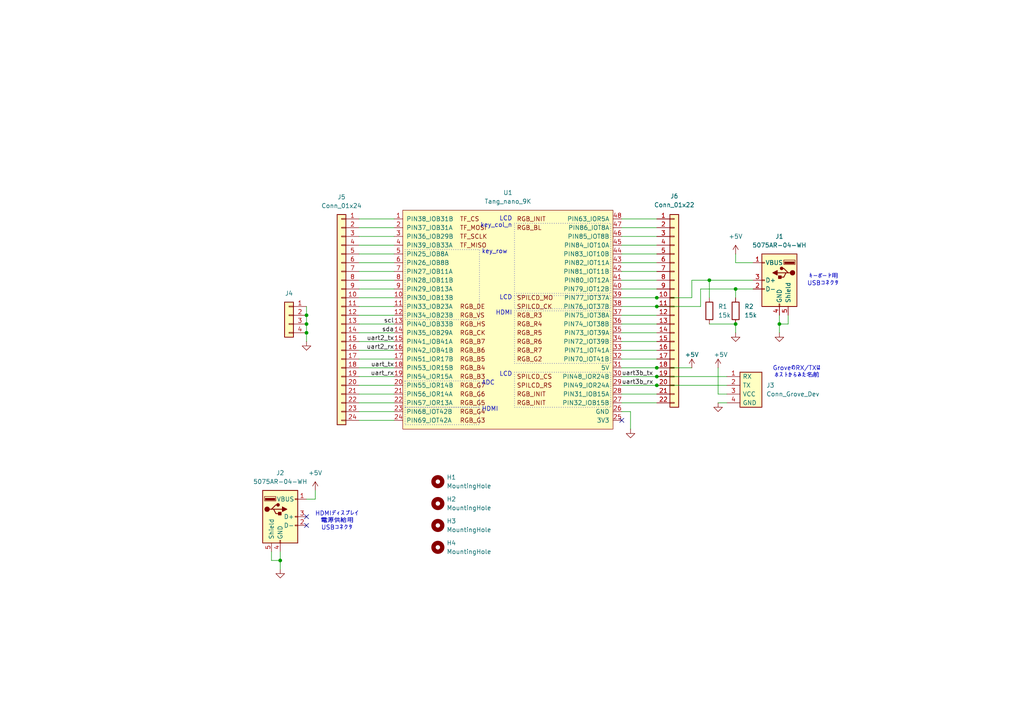
<source format=kicad_sch>
(kicad_sch
	(version 20250114)
	(generator "eeschema")
	(generator_version "9.0")
	(uuid "60827cbb-2718-4e96-8afa-f24a0609b577")
	(paper "A4")
	(lib_symbols
		(symbol "Connector:USB_A"
			(pin_names
				(offset 1.016)
			)
			(exclude_from_sim no)
			(in_bom yes)
			(on_board yes)
			(property "Reference" "J"
				(at -5.08 11.43 0)
				(effects
					(font
						(size 1.27 1.27)
					)
					(justify left)
				)
			)
			(property "Value" "USB_A"
				(at -5.08 8.89 0)
				(effects
					(font
						(size 1.27 1.27)
					)
					(justify left)
				)
			)
			(property "Footprint" ""
				(at 3.81 -1.27 0)
				(effects
					(font
						(size 1.27 1.27)
					)
					(hide yes)
				)
			)
			(property "Datasheet" "~"
				(at 3.81 -1.27 0)
				(effects
					(font
						(size 1.27 1.27)
					)
					(hide yes)
				)
			)
			(property "Description" "USB Type A connector"
				(at 0 0 0)
				(effects
					(font
						(size 1.27 1.27)
					)
					(hide yes)
				)
			)
			(property "ki_keywords" "connector USB"
				(at 0 0 0)
				(effects
					(font
						(size 1.27 1.27)
					)
					(hide yes)
				)
			)
			(property "ki_fp_filters" "USB*"
				(at 0 0 0)
				(effects
					(font
						(size 1.27 1.27)
					)
					(hide yes)
				)
			)
			(symbol "USB_A_0_1"
				(rectangle
					(start -5.08 -7.62)
					(end 5.08 7.62)
					(stroke
						(width 0.254)
						(type default)
					)
					(fill
						(type background)
					)
				)
				(circle
					(center -3.81 2.159)
					(radius 0.635)
					(stroke
						(width 0.254)
						(type default)
					)
					(fill
						(type outline)
					)
				)
				(polyline
					(pts
						(xy -3.175 2.159) (xy -2.54 2.159) (xy -1.27 3.429) (xy -0.635 3.429)
					)
					(stroke
						(width 0.254)
						(type default)
					)
					(fill
						(type none)
					)
				)
				(polyline
					(pts
						(xy -2.54 2.159) (xy -1.905 2.159) (xy -1.27 0.889) (xy 0 0.889)
					)
					(stroke
						(width 0.254)
						(type default)
					)
					(fill
						(type none)
					)
				)
				(rectangle
					(start -1.524 4.826)
					(end -4.318 5.334)
					(stroke
						(width 0)
						(type default)
					)
					(fill
						(type outline)
					)
				)
				(rectangle
					(start -1.27 4.572)
					(end -4.572 5.842)
					(stroke
						(width 0)
						(type default)
					)
					(fill
						(type none)
					)
				)
				(circle
					(center -0.635 3.429)
					(radius 0.381)
					(stroke
						(width 0.254)
						(type default)
					)
					(fill
						(type outline)
					)
				)
				(rectangle
					(start -0.127 -7.62)
					(end 0.127 -6.858)
					(stroke
						(width 0)
						(type default)
					)
					(fill
						(type none)
					)
				)
				(rectangle
					(start 0.254 1.27)
					(end -0.508 0.508)
					(stroke
						(width 0.254)
						(type default)
					)
					(fill
						(type outline)
					)
				)
				(polyline
					(pts
						(xy 0.635 2.794) (xy 0.635 1.524) (xy 1.905 2.159) (xy 0.635 2.794)
					)
					(stroke
						(width 0.254)
						(type default)
					)
					(fill
						(type outline)
					)
				)
				(rectangle
					(start 5.08 4.953)
					(end 4.318 5.207)
					(stroke
						(width 0)
						(type default)
					)
					(fill
						(type none)
					)
				)
				(rectangle
					(start 5.08 -0.127)
					(end 4.318 0.127)
					(stroke
						(width 0)
						(type default)
					)
					(fill
						(type none)
					)
				)
				(rectangle
					(start 5.08 -2.667)
					(end 4.318 -2.413)
					(stroke
						(width 0)
						(type default)
					)
					(fill
						(type none)
					)
				)
			)
			(symbol "USB_A_1_1"
				(polyline
					(pts
						(xy -1.905 2.159) (xy 0.635 2.159)
					)
					(stroke
						(width 0.254)
						(type default)
					)
					(fill
						(type none)
					)
				)
				(pin passive line
					(at -2.54 -10.16 90)
					(length 2.54)
					(name "Shield"
						(effects
							(font
								(size 1.27 1.27)
							)
						)
					)
					(number "5"
						(effects
							(font
								(size 1.27 1.27)
							)
						)
					)
				)
				(pin power_in line
					(at 0 -10.16 90)
					(length 2.54)
					(name "GND"
						(effects
							(font
								(size 1.27 1.27)
							)
						)
					)
					(number "4"
						(effects
							(font
								(size 1.27 1.27)
							)
						)
					)
				)
				(pin power_in line
					(at 7.62 5.08 180)
					(length 2.54)
					(name "VBUS"
						(effects
							(font
								(size 1.27 1.27)
							)
						)
					)
					(number "1"
						(effects
							(font
								(size 1.27 1.27)
							)
						)
					)
				)
				(pin bidirectional line
					(at 7.62 0 180)
					(length 2.54)
					(name "D+"
						(effects
							(font
								(size 1.27 1.27)
							)
						)
					)
					(number "3"
						(effects
							(font
								(size 1.27 1.27)
							)
						)
					)
				)
				(pin bidirectional line
					(at 7.62 -2.54 180)
					(length 2.54)
					(name "D-"
						(effects
							(font
								(size 1.27 1.27)
							)
						)
					)
					(number "2"
						(effects
							(font
								(size 1.27 1.27)
							)
						)
					)
				)
			)
			(embedded_fonts no)
		)
		(symbol "Connector_Generic:Conn_01x04"
			(pin_names
				(offset 1.016)
				(hide yes)
			)
			(exclude_from_sim no)
			(in_bom yes)
			(on_board yes)
			(property "Reference" "J"
				(at 0 5.08 0)
				(effects
					(font
						(size 1.27 1.27)
					)
				)
			)
			(property "Value" "Conn_01x04"
				(at 0 -7.62 0)
				(effects
					(font
						(size 1.27 1.27)
					)
				)
			)
			(property "Footprint" ""
				(at 0 0 0)
				(effects
					(font
						(size 1.27 1.27)
					)
					(hide yes)
				)
			)
			(property "Datasheet" "~"
				(at 0 0 0)
				(effects
					(font
						(size 1.27 1.27)
					)
					(hide yes)
				)
			)
			(property "Description" "Generic connector, single row, 01x04, script generated (kicad-library-utils/schlib/autogen/connector/)"
				(at 0 0 0)
				(effects
					(font
						(size 1.27 1.27)
					)
					(hide yes)
				)
			)
			(property "ki_keywords" "connector"
				(at 0 0 0)
				(effects
					(font
						(size 1.27 1.27)
					)
					(hide yes)
				)
			)
			(property "ki_fp_filters" "Connector*:*_1x??_*"
				(at 0 0 0)
				(effects
					(font
						(size 1.27 1.27)
					)
					(hide yes)
				)
			)
			(symbol "Conn_01x04_1_1"
				(rectangle
					(start -1.27 3.81)
					(end 1.27 -6.35)
					(stroke
						(width 0.254)
						(type default)
					)
					(fill
						(type background)
					)
				)
				(rectangle
					(start -1.27 2.667)
					(end 0 2.413)
					(stroke
						(width 0.1524)
						(type default)
					)
					(fill
						(type none)
					)
				)
				(rectangle
					(start -1.27 0.127)
					(end 0 -0.127)
					(stroke
						(width 0.1524)
						(type default)
					)
					(fill
						(type none)
					)
				)
				(rectangle
					(start -1.27 -2.413)
					(end 0 -2.667)
					(stroke
						(width 0.1524)
						(type default)
					)
					(fill
						(type none)
					)
				)
				(rectangle
					(start -1.27 -4.953)
					(end 0 -5.207)
					(stroke
						(width 0.1524)
						(type default)
					)
					(fill
						(type none)
					)
				)
				(pin passive line
					(at -5.08 2.54 0)
					(length 3.81)
					(name "Pin_1"
						(effects
							(font
								(size 1.27 1.27)
							)
						)
					)
					(number "1"
						(effects
							(font
								(size 1.27 1.27)
							)
						)
					)
				)
				(pin passive line
					(at -5.08 0 0)
					(length 3.81)
					(name "Pin_2"
						(effects
							(font
								(size 1.27 1.27)
							)
						)
					)
					(number "2"
						(effects
							(font
								(size 1.27 1.27)
							)
						)
					)
				)
				(pin passive line
					(at -5.08 -2.54 0)
					(length 3.81)
					(name "Pin_3"
						(effects
							(font
								(size 1.27 1.27)
							)
						)
					)
					(number "3"
						(effects
							(font
								(size 1.27 1.27)
							)
						)
					)
				)
				(pin passive line
					(at -5.08 -5.08 0)
					(length 3.81)
					(name "Pin_4"
						(effects
							(font
								(size 1.27 1.27)
							)
						)
					)
					(number "4"
						(effects
							(font
								(size 1.27 1.27)
							)
						)
					)
				)
			)
			(embedded_fonts no)
		)
		(symbol "Connector_Generic:Conn_01x22"
			(pin_names
				(offset 1.016)
				(hide yes)
			)
			(exclude_from_sim no)
			(in_bom yes)
			(on_board yes)
			(property "Reference" "J"
				(at 0 27.94 0)
				(effects
					(font
						(size 1.27 1.27)
					)
				)
			)
			(property "Value" "Conn_01x22"
				(at 0 -30.48 0)
				(effects
					(font
						(size 1.27 1.27)
					)
				)
			)
			(property "Footprint" ""
				(at 0 0 0)
				(effects
					(font
						(size 1.27 1.27)
					)
					(hide yes)
				)
			)
			(property "Datasheet" "~"
				(at 0 0 0)
				(effects
					(font
						(size 1.27 1.27)
					)
					(hide yes)
				)
			)
			(property "Description" "Generic connector, single row, 01x22, script generated (kicad-library-utils/schlib/autogen/connector/)"
				(at 0 0 0)
				(effects
					(font
						(size 1.27 1.27)
					)
					(hide yes)
				)
			)
			(property "ki_keywords" "connector"
				(at 0 0 0)
				(effects
					(font
						(size 1.27 1.27)
					)
					(hide yes)
				)
			)
			(property "ki_fp_filters" "Connector*:*_1x??_*"
				(at 0 0 0)
				(effects
					(font
						(size 1.27 1.27)
					)
					(hide yes)
				)
			)
			(symbol "Conn_01x22_1_1"
				(rectangle
					(start -1.27 26.67)
					(end 1.27 -29.21)
					(stroke
						(width 0.254)
						(type default)
					)
					(fill
						(type background)
					)
				)
				(rectangle
					(start -1.27 25.527)
					(end 0 25.273)
					(stroke
						(width 0.1524)
						(type default)
					)
					(fill
						(type none)
					)
				)
				(rectangle
					(start -1.27 22.987)
					(end 0 22.733)
					(stroke
						(width 0.1524)
						(type default)
					)
					(fill
						(type none)
					)
				)
				(rectangle
					(start -1.27 20.447)
					(end 0 20.193)
					(stroke
						(width 0.1524)
						(type default)
					)
					(fill
						(type none)
					)
				)
				(rectangle
					(start -1.27 17.907)
					(end 0 17.653)
					(stroke
						(width 0.1524)
						(type default)
					)
					(fill
						(type none)
					)
				)
				(rectangle
					(start -1.27 15.367)
					(end 0 15.113)
					(stroke
						(width 0.1524)
						(type default)
					)
					(fill
						(type none)
					)
				)
				(rectangle
					(start -1.27 12.827)
					(end 0 12.573)
					(stroke
						(width 0.1524)
						(type default)
					)
					(fill
						(type none)
					)
				)
				(rectangle
					(start -1.27 10.287)
					(end 0 10.033)
					(stroke
						(width 0.1524)
						(type default)
					)
					(fill
						(type none)
					)
				)
				(rectangle
					(start -1.27 7.747)
					(end 0 7.493)
					(stroke
						(width 0.1524)
						(type default)
					)
					(fill
						(type none)
					)
				)
				(rectangle
					(start -1.27 5.207)
					(end 0 4.953)
					(stroke
						(width 0.1524)
						(type default)
					)
					(fill
						(type none)
					)
				)
				(rectangle
					(start -1.27 2.667)
					(end 0 2.413)
					(stroke
						(width 0.1524)
						(type default)
					)
					(fill
						(type none)
					)
				)
				(rectangle
					(start -1.27 0.127)
					(end 0 -0.127)
					(stroke
						(width 0.1524)
						(type default)
					)
					(fill
						(type none)
					)
				)
				(rectangle
					(start -1.27 -2.413)
					(end 0 -2.667)
					(stroke
						(width 0.1524)
						(type default)
					)
					(fill
						(type none)
					)
				)
				(rectangle
					(start -1.27 -4.953)
					(end 0 -5.207)
					(stroke
						(width 0.1524)
						(type default)
					)
					(fill
						(type none)
					)
				)
				(rectangle
					(start -1.27 -7.493)
					(end 0 -7.747)
					(stroke
						(width 0.1524)
						(type default)
					)
					(fill
						(type none)
					)
				)
				(rectangle
					(start -1.27 -10.033)
					(end 0 -10.287)
					(stroke
						(width 0.1524)
						(type default)
					)
					(fill
						(type none)
					)
				)
				(rectangle
					(start -1.27 -12.573)
					(end 0 -12.827)
					(stroke
						(width 0.1524)
						(type default)
					)
					(fill
						(type none)
					)
				)
				(rectangle
					(start -1.27 -15.113)
					(end 0 -15.367)
					(stroke
						(width 0.1524)
						(type default)
					)
					(fill
						(type none)
					)
				)
				(rectangle
					(start -1.27 -17.653)
					(end 0 -17.907)
					(stroke
						(width 0.1524)
						(type default)
					)
					(fill
						(type none)
					)
				)
				(rectangle
					(start -1.27 -20.193)
					(end 0 -20.447)
					(stroke
						(width 0.1524)
						(type default)
					)
					(fill
						(type none)
					)
				)
				(rectangle
					(start -1.27 -22.733)
					(end 0 -22.987)
					(stroke
						(width 0.1524)
						(type default)
					)
					(fill
						(type none)
					)
				)
				(rectangle
					(start -1.27 -25.273)
					(end 0 -25.527)
					(stroke
						(width 0.1524)
						(type default)
					)
					(fill
						(type none)
					)
				)
				(rectangle
					(start -1.27 -27.813)
					(end 0 -28.067)
					(stroke
						(width 0.1524)
						(type default)
					)
					(fill
						(type none)
					)
				)
				(pin passive line
					(at -5.08 25.4 0)
					(length 3.81)
					(name "Pin_1"
						(effects
							(font
								(size 1.27 1.27)
							)
						)
					)
					(number "1"
						(effects
							(font
								(size 1.27 1.27)
							)
						)
					)
				)
				(pin passive line
					(at -5.08 22.86 0)
					(length 3.81)
					(name "Pin_2"
						(effects
							(font
								(size 1.27 1.27)
							)
						)
					)
					(number "2"
						(effects
							(font
								(size 1.27 1.27)
							)
						)
					)
				)
				(pin passive line
					(at -5.08 20.32 0)
					(length 3.81)
					(name "Pin_3"
						(effects
							(font
								(size 1.27 1.27)
							)
						)
					)
					(number "3"
						(effects
							(font
								(size 1.27 1.27)
							)
						)
					)
				)
				(pin passive line
					(at -5.08 17.78 0)
					(length 3.81)
					(name "Pin_4"
						(effects
							(font
								(size 1.27 1.27)
							)
						)
					)
					(number "4"
						(effects
							(font
								(size 1.27 1.27)
							)
						)
					)
				)
				(pin passive line
					(at -5.08 15.24 0)
					(length 3.81)
					(name "Pin_5"
						(effects
							(font
								(size 1.27 1.27)
							)
						)
					)
					(number "5"
						(effects
							(font
								(size 1.27 1.27)
							)
						)
					)
				)
				(pin passive line
					(at -5.08 12.7 0)
					(length 3.81)
					(name "Pin_6"
						(effects
							(font
								(size 1.27 1.27)
							)
						)
					)
					(number "6"
						(effects
							(font
								(size 1.27 1.27)
							)
						)
					)
				)
				(pin passive line
					(at -5.08 10.16 0)
					(length 3.81)
					(name "Pin_7"
						(effects
							(font
								(size 1.27 1.27)
							)
						)
					)
					(number "7"
						(effects
							(font
								(size 1.27 1.27)
							)
						)
					)
				)
				(pin passive line
					(at -5.08 7.62 0)
					(length 3.81)
					(name "Pin_8"
						(effects
							(font
								(size 1.27 1.27)
							)
						)
					)
					(number "8"
						(effects
							(font
								(size 1.27 1.27)
							)
						)
					)
				)
				(pin passive line
					(at -5.08 5.08 0)
					(length 3.81)
					(name "Pin_9"
						(effects
							(font
								(size 1.27 1.27)
							)
						)
					)
					(number "9"
						(effects
							(font
								(size 1.27 1.27)
							)
						)
					)
				)
				(pin passive line
					(at -5.08 2.54 0)
					(length 3.81)
					(name "Pin_10"
						(effects
							(font
								(size 1.27 1.27)
							)
						)
					)
					(number "10"
						(effects
							(font
								(size 1.27 1.27)
							)
						)
					)
				)
				(pin passive line
					(at -5.08 0 0)
					(length 3.81)
					(name "Pin_11"
						(effects
							(font
								(size 1.27 1.27)
							)
						)
					)
					(number "11"
						(effects
							(font
								(size 1.27 1.27)
							)
						)
					)
				)
				(pin passive line
					(at -5.08 -2.54 0)
					(length 3.81)
					(name "Pin_12"
						(effects
							(font
								(size 1.27 1.27)
							)
						)
					)
					(number "12"
						(effects
							(font
								(size 1.27 1.27)
							)
						)
					)
				)
				(pin passive line
					(at -5.08 -5.08 0)
					(length 3.81)
					(name "Pin_13"
						(effects
							(font
								(size 1.27 1.27)
							)
						)
					)
					(number "13"
						(effects
							(font
								(size 1.27 1.27)
							)
						)
					)
				)
				(pin passive line
					(at -5.08 -7.62 0)
					(length 3.81)
					(name "Pin_14"
						(effects
							(font
								(size 1.27 1.27)
							)
						)
					)
					(number "14"
						(effects
							(font
								(size 1.27 1.27)
							)
						)
					)
				)
				(pin passive line
					(at -5.08 -10.16 0)
					(length 3.81)
					(name "Pin_15"
						(effects
							(font
								(size 1.27 1.27)
							)
						)
					)
					(number "15"
						(effects
							(font
								(size 1.27 1.27)
							)
						)
					)
				)
				(pin passive line
					(at -5.08 -12.7 0)
					(length 3.81)
					(name "Pin_16"
						(effects
							(font
								(size 1.27 1.27)
							)
						)
					)
					(number "16"
						(effects
							(font
								(size 1.27 1.27)
							)
						)
					)
				)
				(pin passive line
					(at -5.08 -15.24 0)
					(length 3.81)
					(name "Pin_17"
						(effects
							(font
								(size 1.27 1.27)
							)
						)
					)
					(number "17"
						(effects
							(font
								(size 1.27 1.27)
							)
						)
					)
				)
				(pin passive line
					(at -5.08 -17.78 0)
					(length 3.81)
					(name "Pin_18"
						(effects
							(font
								(size 1.27 1.27)
							)
						)
					)
					(number "18"
						(effects
							(font
								(size 1.27 1.27)
							)
						)
					)
				)
				(pin passive line
					(at -5.08 -20.32 0)
					(length 3.81)
					(name "Pin_19"
						(effects
							(font
								(size 1.27 1.27)
							)
						)
					)
					(number "19"
						(effects
							(font
								(size 1.27 1.27)
							)
						)
					)
				)
				(pin passive line
					(at -5.08 -22.86 0)
					(length 3.81)
					(name "Pin_20"
						(effects
							(font
								(size 1.27 1.27)
							)
						)
					)
					(number "20"
						(effects
							(font
								(size 1.27 1.27)
							)
						)
					)
				)
				(pin passive line
					(at -5.08 -25.4 0)
					(length 3.81)
					(name "Pin_21"
						(effects
							(font
								(size 1.27 1.27)
							)
						)
					)
					(number "21"
						(effects
							(font
								(size 1.27 1.27)
							)
						)
					)
				)
				(pin passive line
					(at -5.08 -27.94 0)
					(length 3.81)
					(name "Pin_22"
						(effects
							(font
								(size 1.27 1.27)
							)
						)
					)
					(number "22"
						(effects
							(font
								(size 1.27 1.27)
							)
						)
					)
				)
			)
			(embedded_fonts no)
		)
		(symbol "Connector_Generic:Conn_01x24"
			(pin_names
				(offset 1.016)
				(hide yes)
			)
			(exclude_from_sim no)
			(in_bom yes)
			(on_board yes)
			(property "Reference" "J"
				(at 0 30.48 0)
				(effects
					(font
						(size 1.27 1.27)
					)
				)
			)
			(property "Value" "Conn_01x24"
				(at 0 -33.02 0)
				(effects
					(font
						(size 1.27 1.27)
					)
				)
			)
			(property "Footprint" ""
				(at 0 0 0)
				(effects
					(font
						(size 1.27 1.27)
					)
					(hide yes)
				)
			)
			(property "Datasheet" "~"
				(at 0 0 0)
				(effects
					(font
						(size 1.27 1.27)
					)
					(hide yes)
				)
			)
			(property "Description" "Generic connector, single row, 01x24, script generated (kicad-library-utils/schlib/autogen/connector/)"
				(at 0 0 0)
				(effects
					(font
						(size 1.27 1.27)
					)
					(hide yes)
				)
			)
			(property "ki_keywords" "connector"
				(at 0 0 0)
				(effects
					(font
						(size 1.27 1.27)
					)
					(hide yes)
				)
			)
			(property "ki_fp_filters" "Connector*:*_1x??_*"
				(at 0 0 0)
				(effects
					(font
						(size 1.27 1.27)
					)
					(hide yes)
				)
			)
			(symbol "Conn_01x24_1_1"
				(rectangle
					(start -1.27 29.21)
					(end 1.27 -31.75)
					(stroke
						(width 0.254)
						(type default)
					)
					(fill
						(type background)
					)
				)
				(rectangle
					(start -1.27 28.067)
					(end 0 27.813)
					(stroke
						(width 0.1524)
						(type default)
					)
					(fill
						(type none)
					)
				)
				(rectangle
					(start -1.27 25.527)
					(end 0 25.273)
					(stroke
						(width 0.1524)
						(type default)
					)
					(fill
						(type none)
					)
				)
				(rectangle
					(start -1.27 22.987)
					(end 0 22.733)
					(stroke
						(width 0.1524)
						(type default)
					)
					(fill
						(type none)
					)
				)
				(rectangle
					(start -1.27 20.447)
					(end 0 20.193)
					(stroke
						(width 0.1524)
						(type default)
					)
					(fill
						(type none)
					)
				)
				(rectangle
					(start -1.27 17.907)
					(end 0 17.653)
					(stroke
						(width 0.1524)
						(type default)
					)
					(fill
						(type none)
					)
				)
				(rectangle
					(start -1.27 15.367)
					(end 0 15.113)
					(stroke
						(width 0.1524)
						(type default)
					)
					(fill
						(type none)
					)
				)
				(rectangle
					(start -1.27 12.827)
					(end 0 12.573)
					(stroke
						(width 0.1524)
						(type default)
					)
					(fill
						(type none)
					)
				)
				(rectangle
					(start -1.27 10.287)
					(end 0 10.033)
					(stroke
						(width 0.1524)
						(type default)
					)
					(fill
						(type none)
					)
				)
				(rectangle
					(start -1.27 7.747)
					(end 0 7.493)
					(stroke
						(width 0.1524)
						(type default)
					)
					(fill
						(type none)
					)
				)
				(rectangle
					(start -1.27 5.207)
					(end 0 4.953)
					(stroke
						(width 0.1524)
						(type default)
					)
					(fill
						(type none)
					)
				)
				(rectangle
					(start -1.27 2.667)
					(end 0 2.413)
					(stroke
						(width 0.1524)
						(type default)
					)
					(fill
						(type none)
					)
				)
				(rectangle
					(start -1.27 0.127)
					(end 0 -0.127)
					(stroke
						(width 0.1524)
						(type default)
					)
					(fill
						(type none)
					)
				)
				(rectangle
					(start -1.27 -2.413)
					(end 0 -2.667)
					(stroke
						(width 0.1524)
						(type default)
					)
					(fill
						(type none)
					)
				)
				(rectangle
					(start -1.27 -4.953)
					(end 0 -5.207)
					(stroke
						(width 0.1524)
						(type default)
					)
					(fill
						(type none)
					)
				)
				(rectangle
					(start -1.27 -7.493)
					(end 0 -7.747)
					(stroke
						(width 0.1524)
						(type default)
					)
					(fill
						(type none)
					)
				)
				(rectangle
					(start -1.27 -10.033)
					(end 0 -10.287)
					(stroke
						(width 0.1524)
						(type default)
					)
					(fill
						(type none)
					)
				)
				(rectangle
					(start -1.27 -12.573)
					(end 0 -12.827)
					(stroke
						(width 0.1524)
						(type default)
					)
					(fill
						(type none)
					)
				)
				(rectangle
					(start -1.27 -15.113)
					(end 0 -15.367)
					(stroke
						(width 0.1524)
						(type default)
					)
					(fill
						(type none)
					)
				)
				(rectangle
					(start -1.27 -17.653)
					(end 0 -17.907)
					(stroke
						(width 0.1524)
						(type default)
					)
					(fill
						(type none)
					)
				)
				(rectangle
					(start -1.27 -20.193)
					(end 0 -20.447)
					(stroke
						(width 0.1524)
						(type default)
					)
					(fill
						(type none)
					)
				)
				(rectangle
					(start -1.27 -22.733)
					(end 0 -22.987)
					(stroke
						(width 0.1524)
						(type default)
					)
					(fill
						(type none)
					)
				)
				(rectangle
					(start -1.27 -25.273)
					(end 0 -25.527)
					(stroke
						(width 0.1524)
						(type default)
					)
					(fill
						(type none)
					)
				)
				(rectangle
					(start -1.27 -27.813)
					(end 0 -28.067)
					(stroke
						(width 0.1524)
						(type default)
					)
					(fill
						(type none)
					)
				)
				(rectangle
					(start -1.27 -30.353)
					(end 0 -30.607)
					(stroke
						(width 0.1524)
						(type default)
					)
					(fill
						(type none)
					)
				)
				(pin passive line
					(at -5.08 27.94 0)
					(length 3.81)
					(name "Pin_1"
						(effects
							(font
								(size 1.27 1.27)
							)
						)
					)
					(number "1"
						(effects
							(font
								(size 1.27 1.27)
							)
						)
					)
				)
				(pin passive line
					(at -5.08 25.4 0)
					(length 3.81)
					(name "Pin_2"
						(effects
							(font
								(size 1.27 1.27)
							)
						)
					)
					(number "2"
						(effects
							(font
								(size 1.27 1.27)
							)
						)
					)
				)
				(pin passive line
					(at -5.08 22.86 0)
					(length 3.81)
					(name "Pin_3"
						(effects
							(font
								(size 1.27 1.27)
							)
						)
					)
					(number "3"
						(effects
							(font
								(size 1.27 1.27)
							)
						)
					)
				)
				(pin passive line
					(at -5.08 20.32 0)
					(length 3.81)
					(name "Pin_4"
						(effects
							(font
								(size 1.27 1.27)
							)
						)
					)
					(number "4"
						(effects
							(font
								(size 1.27 1.27)
							)
						)
					)
				)
				(pin passive line
					(at -5.08 17.78 0)
					(length 3.81)
					(name "Pin_5"
						(effects
							(font
								(size 1.27 1.27)
							)
						)
					)
					(number "5"
						(effects
							(font
								(size 1.27 1.27)
							)
						)
					)
				)
				(pin passive line
					(at -5.08 15.24 0)
					(length 3.81)
					(name "Pin_6"
						(effects
							(font
								(size 1.27 1.27)
							)
						)
					)
					(number "6"
						(effects
							(font
								(size 1.27 1.27)
							)
						)
					)
				)
				(pin passive line
					(at -5.08 12.7 0)
					(length 3.81)
					(name "Pin_7"
						(effects
							(font
								(size 1.27 1.27)
							)
						)
					)
					(number "7"
						(effects
							(font
								(size 1.27 1.27)
							)
						)
					)
				)
				(pin passive line
					(at -5.08 10.16 0)
					(length 3.81)
					(name "Pin_8"
						(effects
							(font
								(size 1.27 1.27)
							)
						)
					)
					(number "8"
						(effects
							(font
								(size 1.27 1.27)
							)
						)
					)
				)
				(pin passive line
					(at -5.08 7.62 0)
					(length 3.81)
					(name "Pin_9"
						(effects
							(font
								(size 1.27 1.27)
							)
						)
					)
					(number "9"
						(effects
							(font
								(size 1.27 1.27)
							)
						)
					)
				)
				(pin passive line
					(at -5.08 5.08 0)
					(length 3.81)
					(name "Pin_10"
						(effects
							(font
								(size 1.27 1.27)
							)
						)
					)
					(number "10"
						(effects
							(font
								(size 1.27 1.27)
							)
						)
					)
				)
				(pin passive line
					(at -5.08 2.54 0)
					(length 3.81)
					(name "Pin_11"
						(effects
							(font
								(size 1.27 1.27)
							)
						)
					)
					(number "11"
						(effects
							(font
								(size 1.27 1.27)
							)
						)
					)
				)
				(pin passive line
					(at -5.08 0 0)
					(length 3.81)
					(name "Pin_12"
						(effects
							(font
								(size 1.27 1.27)
							)
						)
					)
					(number "12"
						(effects
							(font
								(size 1.27 1.27)
							)
						)
					)
				)
				(pin passive line
					(at -5.08 -2.54 0)
					(length 3.81)
					(name "Pin_13"
						(effects
							(font
								(size 1.27 1.27)
							)
						)
					)
					(number "13"
						(effects
							(font
								(size 1.27 1.27)
							)
						)
					)
				)
				(pin passive line
					(at -5.08 -5.08 0)
					(length 3.81)
					(name "Pin_14"
						(effects
							(font
								(size 1.27 1.27)
							)
						)
					)
					(number "14"
						(effects
							(font
								(size 1.27 1.27)
							)
						)
					)
				)
				(pin passive line
					(at -5.08 -7.62 0)
					(length 3.81)
					(name "Pin_15"
						(effects
							(font
								(size 1.27 1.27)
							)
						)
					)
					(number "15"
						(effects
							(font
								(size 1.27 1.27)
							)
						)
					)
				)
				(pin passive line
					(at -5.08 -10.16 0)
					(length 3.81)
					(name "Pin_16"
						(effects
							(font
								(size 1.27 1.27)
							)
						)
					)
					(number "16"
						(effects
							(font
								(size 1.27 1.27)
							)
						)
					)
				)
				(pin passive line
					(at -5.08 -12.7 0)
					(length 3.81)
					(name "Pin_17"
						(effects
							(font
								(size 1.27 1.27)
							)
						)
					)
					(number "17"
						(effects
							(font
								(size 1.27 1.27)
							)
						)
					)
				)
				(pin passive line
					(at -5.08 -15.24 0)
					(length 3.81)
					(name "Pin_18"
						(effects
							(font
								(size 1.27 1.27)
							)
						)
					)
					(number "18"
						(effects
							(font
								(size 1.27 1.27)
							)
						)
					)
				)
				(pin passive line
					(at -5.08 -17.78 0)
					(length 3.81)
					(name "Pin_19"
						(effects
							(font
								(size 1.27 1.27)
							)
						)
					)
					(number "19"
						(effects
							(font
								(size 1.27 1.27)
							)
						)
					)
				)
				(pin passive line
					(at -5.08 -20.32 0)
					(length 3.81)
					(name "Pin_20"
						(effects
							(font
								(size 1.27 1.27)
							)
						)
					)
					(number "20"
						(effects
							(font
								(size 1.27 1.27)
							)
						)
					)
				)
				(pin passive line
					(at -5.08 -22.86 0)
					(length 3.81)
					(name "Pin_21"
						(effects
							(font
								(size 1.27 1.27)
							)
						)
					)
					(number "21"
						(effects
							(font
								(size 1.27 1.27)
							)
						)
					)
				)
				(pin passive line
					(at -5.08 -25.4 0)
					(length 3.81)
					(name "Pin_22"
						(effects
							(font
								(size 1.27 1.27)
							)
						)
					)
					(number "22"
						(effects
							(font
								(size 1.27 1.27)
							)
						)
					)
				)
				(pin passive line
					(at -5.08 -27.94 0)
					(length 3.81)
					(name "Pin_23"
						(effects
							(font
								(size 1.27 1.27)
							)
						)
					)
					(number "23"
						(effects
							(font
								(size 1.27 1.27)
							)
						)
					)
				)
				(pin passive line
					(at -5.08 -30.48 0)
					(length 3.81)
					(name "Pin_24"
						(effects
							(font
								(size 1.27 1.27)
							)
						)
					)
					(number "24"
						(effects
							(font
								(size 1.27 1.27)
							)
						)
					)
				)
			)
			(embedded_fonts no)
		)
		(symbol "Device:R"
			(pin_numbers
				(hide yes)
			)
			(pin_names
				(offset 0)
			)
			(exclude_from_sim no)
			(in_bom yes)
			(on_board yes)
			(property "Reference" "R"
				(at 2.032 0 90)
				(effects
					(font
						(size 1.27 1.27)
					)
				)
			)
			(property "Value" "R"
				(at 0 0 90)
				(effects
					(font
						(size 1.27 1.27)
					)
				)
			)
			(property "Footprint" ""
				(at -1.778 0 90)
				(effects
					(font
						(size 1.27 1.27)
					)
					(hide yes)
				)
			)
			(property "Datasheet" "~"
				(at 0 0 0)
				(effects
					(font
						(size 1.27 1.27)
					)
					(hide yes)
				)
			)
			(property "Description" "Resistor"
				(at 0 0 0)
				(effects
					(font
						(size 1.27 1.27)
					)
					(hide yes)
				)
			)
			(property "ki_keywords" "R res resistor"
				(at 0 0 0)
				(effects
					(font
						(size 1.27 1.27)
					)
					(hide yes)
				)
			)
			(property "ki_fp_filters" "R_*"
				(at 0 0 0)
				(effects
					(font
						(size 1.27 1.27)
					)
					(hide yes)
				)
			)
			(symbol "R_0_1"
				(rectangle
					(start -1.016 -2.54)
					(end 1.016 2.54)
					(stroke
						(width 0.254)
						(type default)
					)
					(fill
						(type none)
					)
				)
			)
			(symbol "R_1_1"
				(pin passive line
					(at 0 3.81 270)
					(length 1.27)
					(name "~"
						(effects
							(font
								(size 1.27 1.27)
							)
						)
					)
					(number "1"
						(effects
							(font
								(size 1.27 1.27)
							)
						)
					)
				)
				(pin passive line
					(at 0 -3.81 90)
					(length 1.27)
					(name "~"
						(effects
							(font
								(size 1.27 1.27)
							)
						)
					)
					(number "2"
						(effects
							(font
								(size 1.27 1.27)
							)
						)
					)
				)
			)
			(embedded_fonts no)
		)
		(symbol "Mechanical:MountingHole"
			(pin_names
				(offset 1.016)
			)
			(exclude_from_sim no)
			(in_bom no)
			(on_board yes)
			(property "Reference" "H"
				(at 0 5.08 0)
				(effects
					(font
						(size 1.27 1.27)
					)
				)
			)
			(property "Value" "MountingHole"
				(at 0 3.175 0)
				(effects
					(font
						(size 1.27 1.27)
					)
				)
			)
			(property "Footprint" ""
				(at 0 0 0)
				(effects
					(font
						(size 1.27 1.27)
					)
					(hide yes)
				)
			)
			(property "Datasheet" "~"
				(at 0 0 0)
				(effects
					(font
						(size 1.27 1.27)
					)
					(hide yes)
				)
			)
			(property "Description" "Mounting Hole without connection"
				(at 0 0 0)
				(effects
					(font
						(size 1.27 1.27)
					)
					(hide yes)
				)
			)
			(property "ki_keywords" "mounting hole"
				(at 0 0 0)
				(effects
					(font
						(size 1.27 1.27)
					)
					(hide yes)
				)
			)
			(property "ki_fp_filters" "MountingHole*"
				(at 0 0 0)
				(effects
					(font
						(size 1.27 1.27)
					)
					(hide yes)
				)
			)
			(symbol "MountingHole_0_1"
				(circle
					(center 0 0)
					(radius 1.27)
					(stroke
						(width 1.27)
						(type default)
					)
					(fill
						(type none)
					)
				)
			)
			(embedded_fonts no)
		)
		(symbol "power:+5V"
			(power)
			(pin_numbers
				(hide yes)
			)
			(pin_names
				(offset 0)
				(hide yes)
			)
			(exclude_from_sim no)
			(in_bom yes)
			(on_board yes)
			(property "Reference" "#PWR"
				(at 0 -3.81 0)
				(effects
					(font
						(size 1.27 1.27)
					)
					(hide yes)
				)
			)
			(property "Value" "+5V"
				(at 0 3.556 0)
				(effects
					(font
						(size 1.27 1.27)
					)
				)
			)
			(property "Footprint" ""
				(at 0 0 0)
				(effects
					(font
						(size 1.27 1.27)
					)
					(hide yes)
				)
			)
			(property "Datasheet" ""
				(at 0 0 0)
				(effects
					(font
						(size 1.27 1.27)
					)
					(hide yes)
				)
			)
			(property "Description" "Power symbol creates a global label with name \"+5V\""
				(at 0 0 0)
				(effects
					(font
						(size 1.27 1.27)
					)
					(hide yes)
				)
			)
			(property "ki_keywords" "global power"
				(at 0 0 0)
				(effects
					(font
						(size 1.27 1.27)
					)
					(hide yes)
				)
			)
			(symbol "+5V_0_1"
				(polyline
					(pts
						(xy -0.762 1.27) (xy 0 2.54)
					)
					(stroke
						(width 0)
						(type default)
					)
					(fill
						(type none)
					)
				)
				(polyline
					(pts
						(xy 0 2.54) (xy 0.762 1.27)
					)
					(stroke
						(width 0)
						(type default)
					)
					(fill
						(type none)
					)
				)
				(polyline
					(pts
						(xy 0 0) (xy 0 2.54)
					)
					(stroke
						(width 0)
						(type default)
					)
					(fill
						(type none)
					)
				)
			)
			(symbol "+5V_1_1"
				(pin power_in line
					(at 0 0 90)
					(length 0)
					(name "~"
						(effects
							(font
								(size 1.27 1.27)
							)
						)
					)
					(number "1"
						(effects
							(font
								(size 1.27 1.27)
							)
						)
					)
				)
			)
			(embedded_fonts no)
		)
		(symbol "power:GND"
			(power)
			(pin_numbers
				(hide yes)
			)
			(pin_names
				(offset 0)
				(hide yes)
			)
			(exclude_from_sim no)
			(in_bom yes)
			(on_board yes)
			(property "Reference" "#PWR"
				(at 0 -6.35 0)
				(effects
					(font
						(size 1.27 1.27)
					)
					(hide yes)
				)
			)
			(property "Value" "GND"
				(at 0 -3.81 0)
				(effects
					(font
						(size 1.27 1.27)
					)
				)
			)
			(property "Footprint" ""
				(at 0 0 0)
				(effects
					(font
						(size 1.27 1.27)
					)
					(hide yes)
				)
			)
			(property "Datasheet" ""
				(at 0 0 0)
				(effects
					(font
						(size 1.27 1.27)
					)
					(hide yes)
				)
			)
			(property "Description" "Power symbol creates a global label with name \"GND\" , ground"
				(at 0 0 0)
				(effects
					(font
						(size 1.27 1.27)
					)
					(hide yes)
				)
			)
			(property "ki_keywords" "global power"
				(at 0 0 0)
				(effects
					(font
						(size 1.27 1.27)
					)
					(hide yes)
				)
			)
			(symbol "GND_0_1"
				(polyline
					(pts
						(xy 0 0) (xy 0 -1.27) (xy 1.27 -1.27) (xy 0 -2.54) (xy -1.27 -1.27) (xy 0 -1.27)
					)
					(stroke
						(width 0)
						(type default)
					)
					(fill
						(type none)
					)
				)
			)
			(symbol "GND_1_1"
				(pin power_in line
					(at 0 0 270)
					(length 0)
					(name "~"
						(effects
							(font
								(size 1.27 1.27)
							)
						)
					)
					(number "1"
						(effects
							(font
								(size 1.27 1.27)
							)
						)
					)
				)
			)
			(embedded_fonts no)
		)
		(symbol "uchan:Conn_Grove_Dev"
			(pin_names
				(offset 0.762)
			)
			(exclude_from_sim no)
			(in_bom yes)
			(on_board yes)
			(property "Reference" "J"
				(at 0 5.08 0)
				(effects
					(font
						(size 1.27 1.27)
					)
				)
			)
			(property "Value" "Conn_Grove_Dev"
				(at 0 -7.62 0)
				(effects
					(font
						(size 1.27 1.27)
					)
				)
			)
			(property "Footprint" "uchan:Grove_1x04_P2mm_THT_Horizontal"
				(at 0 -10.668 0)
				(effects
					(font
						(size 1.27 1.27)
					)
					(hide yes)
				)
			)
			(property "Datasheet" "https://wiki.seeedstudio.com/Grove_System/"
				(at 0.254 -14.986 0)
				(effects
					(font
						(size 1.27 1.27)
					)
					(hide yes)
				)
			)
			(property "Description" "Grove connector, for Grove modules"
				(at 0 -12.7 0)
				(effects
					(font
						(size 1.27 1.27)
					)
					(hide yes)
				)
			)
			(property "ki_keywords" "connector"
				(at 0 0 0)
				(effects
					(font
						(size 1.27 1.27)
					)
					(hide yes)
				)
			)
			(property "ki_fp_filters" "Connector*:*_1x??_*"
				(at 0 0 0)
				(effects
					(font
						(size 1.27 1.27)
					)
					(hide yes)
				)
			)
			(symbol "Conn_Grove_Dev_1_1"
				(rectangle
					(start -1.27 3.81)
					(end 5.08 -6.35)
					(stroke
						(width 0.254)
						(type default)
					)
					(fill
						(type background)
					)
				)
				(pin input line
					(at -5.08 2.54 0)
					(length 3.81)
					(name "RX"
						(effects
							(font
								(size 1.27 1.27)
							)
						)
					)
					(number "1"
						(effects
							(font
								(size 1.27 1.27)
							)
						)
					)
					(alternate "D0" bidirectional line)
					(alternate "SCL" open_collector line)
				)
				(pin output line
					(at -5.08 0 0)
					(length 3.81)
					(name "TX"
						(effects
							(font
								(size 1.27 1.27)
							)
						)
					)
					(number "2"
						(effects
							(font
								(size 1.27 1.27)
							)
						)
					)
					(alternate "D1" bidirectional line)
					(alternate "SDA" open_collector line)
				)
				(pin power_out line
					(at -5.08 -2.54 0)
					(length 3.81)
					(name "VCC"
						(effects
							(font
								(size 1.27 1.27)
							)
						)
					)
					(number "3"
						(effects
							(font
								(size 1.27 1.27)
							)
						)
					)
					(alternate "VCCi" power_in line)
				)
				(pin power_out line
					(at -5.08 -5.08 0)
					(length 3.81)
					(name "GND"
						(effects
							(font
								(size 1.27 1.27)
							)
						)
					)
					(number "4"
						(effects
							(font
								(size 1.27 1.27)
							)
						)
					)
					(alternate "GNDi" power_in line)
				)
			)
			(embedded_fonts no)
		)
		(symbol "uchan:Tang_nano_9K"
			(pin_names
				(offset 1.016)
			)
			(exclude_from_sim no)
			(in_bom yes)
			(on_board yes)
			(property "Reference" "U"
				(at -6.35 20.32 0)
				(effects
					(font
						(size 1.27 1.27)
					)
				)
			)
			(property "Value" "Tang_nano_9K"
				(at 0 17.78 0)
				(effects
					(font
						(size 1.27 1.27)
					)
				)
			)
			(property "Footprint" "uchan:DIP-48_Tang-Nano-9K"
				(at 0 0 0)
				(effects
					(font
						(size 1.27 1.27)
					)
					(hide yes)
				)
			)
			(property "Datasheet" ""
				(at 0 0 0)
				(effects
					(font
						(size 1.27 1.27)
					)
					(hide yes)
				)
			)
			(property "Description" ""
				(at 0 0 0)
				(effects
					(font
						(size 1.27 1.27)
					)
					(hide yes)
				)
			)
			(symbol "Tang_nano_9K_0_0"
				(text "TF_CS"
					(at 8.89 12.7 0)
					(effects
						(font
							(size 1.27 1.27)
						)
						(justify left)
					)
				)
				(text "TF_MOSI"
					(at 8.89 10.16 0)
					(effects
						(font
							(size 1.27 1.27)
						)
						(justify left)
					)
				)
				(text "TF_SCLK"
					(at 8.89 7.62 0)
					(effects
						(font
							(size 1.27 1.27)
						)
						(justify left)
					)
				)
				(text "TF_MISO"
					(at 8.89 5.08 0)
					(effects
						(font
							(size 1.27 1.27)
						)
						(justify left)
					)
				)
				(text "RGB_DE"
					(at 8.89 -12.7 0)
					(effects
						(font
							(size 1.27 1.27)
						)
						(justify left)
					)
				)
				(text "RGB_VS"
					(at 8.89 -15.24 0)
					(effects
						(font
							(size 1.27 1.27)
						)
						(justify left)
					)
				)
				(text "RGB_HS"
					(at 8.89 -17.78 0)
					(effects
						(font
							(size 1.27 1.27)
						)
						(justify left)
					)
				)
				(text "RGB_CK"
					(at 8.89 -20.32 0)
					(effects
						(font
							(size 1.27 1.27)
						)
						(justify left)
					)
				)
				(text "RGB_B7"
					(at 8.89 -22.86 0)
					(effects
						(font
							(size 1.27 1.27)
						)
						(justify left)
					)
				)
				(text "RGB_B6"
					(at 8.89 -25.4 0)
					(effects
						(font
							(size 1.27 1.27)
						)
						(justify left)
					)
				)
				(text "RGB_B5"
					(at 8.89 -27.94 0)
					(effects
						(font
							(size 1.27 1.27)
						)
						(justify left)
					)
				)
				(text "RGB_B4"
					(at 8.89 -30.48 0)
					(effects
						(font
							(size 1.27 1.27)
						)
						(justify left)
					)
				)
				(text "RGB_B3"
					(at 8.89 -33.02 0)
					(effects
						(font
							(size 1.27 1.27)
						)
						(justify left)
					)
				)
				(text "RGB_G7"
					(at 8.89 -35.56 0)
					(effects
						(font
							(size 1.27 1.27)
						)
						(justify left)
					)
				)
				(text "RGB_G6"
					(at 8.89 -38.1 0)
					(effects
						(font
							(size 1.27 1.27)
						)
						(justify left)
					)
				)
				(text "RGB_G5"
					(at 8.89 -40.64 0)
					(effects
						(font
							(size 1.27 1.27)
						)
						(justify left)
					)
				)
				(text "RGB_G4"
					(at 8.89 -43.18 0)
					(effects
						(font
							(size 1.27 1.27)
						)
						(justify left)
					)
				)
				(text "RGB_G3"
					(at 8.89 -45.72 0)
					(effects
						(font
							(size 1.27 1.27)
						)
						(justify left)
					)
				)
				(text "RGB_INIT"
					(at 25.4 12.7 0)
					(effects
						(font
							(size 1.27 1.27)
						)
						(justify left)
					)
				)
				(text "RGB_BL"
					(at 25.4 10.16 0)
					(effects
						(font
							(size 1.27 1.27)
						)
						(justify left)
					)
				)
				(text "SPILCD_MO"
					(at 25.4 -10.16 0)
					(effects
						(font
							(size 1.27 1.27)
						)
						(justify left)
					)
				)
				(text "SPILCD_CK"
					(at 25.4 -12.7 0)
					(effects
						(font
							(size 1.27 1.27)
						)
						(justify left)
					)
				)
				(text "RGB_R3"
					(at 25.4 -15.24 0)
					(effects
						(font
							(size 1.27 1.27)
						)
						(justify left)
					)
				)
				(text "RGB_R4"
					(at 25.4 -17.78 0)
					(effects
						(font
							(size 1.27 1.27)
						)
						(justify left)
					)
				)
				(text "RGB_R5"
					(at 25.4 -20.32 0)
					(effects
						(font
							(size 1.27 1.27)
						)
						(justify left)
					)
				)
				(text "RGB_R6"
					(at 25.4 -22.86 0)
					(effects
						(font
							(size 1.27 1.27)
						)
						(justify left)
					)
				)
				(text "RGB_R7"
					(at 25.4 -25.4 0)
					(effects
						(font
							(size 1.27 1.27)
						)
						(justify left)
					)
				)
				(text "RGB_G2"
					(at 25.4 -27.94 0)
					(effects
						(font
							(size 1.27 1.27)
						)
						(justify left)
					)
				)
				(text "SPILCD_CS"
					(at 25.4 -33.02 0)
					(effects
						(font
							(size 1.27 1.27)
						)
						(justify left)
					)
				)
				(text "SPILCD_RS"
					(at 25.4 -35.56 0)
					(effects
						(font
							(size 1.27 1.27)
						)
						(justify left)
					)
				)
				(text "RGB_INIT"
					(at 25.4 -38.1 0)
					(effects
						(font
							(size 1.27 1.27)
						)
						(justify left)
					)
				)
				(text "RGB_INIT"
					(at 25.4 -40.64 0)
					(effects
						(font
							(size 1.27 1.27)
						)
						(justify left)
					)
				)
				(pin passive line
					(at 55.88 12.7 180)
					(length 2.54)
					(name "PIN63_IOR5A"
						(effects
							(font
								(size 1.27 1.27)
							)
						)
					)
					(number "48"
						(effects
							(font
								(size 1.27 1.27)
							)
						)
					)
				)
				(pin passive line
					(at 55.88 10.16 180)
					(length 2.54)
					(name "PIN86_IOT8A"
						(effects
							(font
								(size 1.27 1.27)
							)
						)
					)
					(number "47"
						(effects
							(font
								(size 1.27 1.27)
							)
						)
					)
				)
				(pin passive line
					(at 55.88 7.62 180)
					(length 2.54)
					(name "PIN85_IOT8B"
						(effects
							(font
								(size 1.27 1.27)
							)
						)
					)
					(number "46"
						(effects
							(font
								(size 1.27 1.27)
							)
						)
					)
				)
				(pin passive line
					(at 55.88 5.08 180)
					(length 2.54)
					(name "PIN84_IOT10A"
						(effects
							(font
								(size 1.27 1.27)
							)
						)
					)
					(number "45"
						(effects
							(font
								(size 1.27 1.27)
							)
						)
					)
				)
			)
			(symbol "Tang_nano_9K_0_1"
				(rectangle
					(start -7.62 15.24)
					(end 53.34 -48.26)
					(stroke
						(width 0)
						(type default)
					)
					(fill
						(type background)
					)
				)
			)
			(symbol "Tang_nano_9K_1_1"
				(pin passive line
					(at -10.16 12.7 0)
					(length 2.54)
					(name "PIN38_IOB31B"
						(effects
							(font
								(size 1.27 1.27)
							)
						)
					)
					(number "1"
						(effects
							(font
								(size 1.27 1.27)
							)
						)
					)
				)
				(pin passive line
					(at -10.16 10.16 0)
					(length 2.54)
					(name "PIN37_IOB31A"
						(effects
							(font
								(size 1.27 1.27)
							)
						)
					)
					(number "2"
						(effects
							(font
								(size 1.27 1.27)
							)
						)
					)
				)
				(pin passive line
					(at -10.16 7.62 0)
					(length 2.54)
					(name "PIN36_IOB29B"
						(effects
							(font
								(size 1.27 1.27)
							)
						)
					)
					(number "3"
						(effects
							(font
								(size 1.27 1.27)
							)
						)
					)
				)
				(pin passive line
					(at -10.16 5.08 0)
					(length 2.54)
					(name "PIN39_IOB33A"
						(effects
							(font
								(size 1.27 1.27)
							)
						)
					)
					(number "4"
						(effects
							(font
								(size 1.27 1.27)
							)
						)
					)
				)
				(pin passive line
					(at -10.16 2.54 0)
					(length 2.54)
					(name "PIN25_IOB8A"
						(effects
							(font
								(size 1.27 1.27)
							)
						)
					)
					(number "5"
						(effects
							(font
								(size 1.27 1.27)
							)
						)
					)
				)
				(pin passive line
					(at -10.16 0 0)
					(length 2.54)
					(name "PIN26_IOB8B"
						(effects
							(font
								(size 1.27 1.27)
							)
						)
					)
					(number "6"
						(effects
							(font
								(size 1.27 1.27)
							)
						)
					)
				)
				(pin passive line
					(at -10.16 -2.54 0)
					(length 2.54)
					(name "PIN27_IOB11A"
						(effects
							(font
								(size 1.27 1.27)
							)
						)
					)
					(number "7"
						(effects
							(font
								(size 1.27 1.27)
							)
						)
					)
				)
				(pin passive line
					(at -10.16 -5.08 0)
					(length 2.54)
					(name "PIN28_IOB11B"
						(effects
							(font
								(size 1.27 1.27)
							)
						)
					)
					(number "8"
						(effects
							(font
								(size 1.27 1.27)
							)
						)
					)
				)
				(pin passive line
					(at -10.16 -7.62 0)
					(length 2.54)
					(name "PIN29_IOB13A"
						(effects
							(font
								(size 1.27 1.27)
							)
						)
					)
					(number "9"
						(effects
							(font
								(size 1.27 1.27)
							)
						)
					)
				)
				(pin passive line
					(at -10.16 -10.16 0)
					(length 2.54)
					(name "PIN30_IOB13B"
						(effects
							(font
								(size 1.27 1.27)
							)
						)
					)
					(number "10"
						(effects
							(font
								(size 1.27 1.27)
							)
						)
					)
				)
				(pin passive line
					(at -10.16 -12.7 0)
					(length 2.54)
					(name "PIN33_IOB23A"
						(effects
							(font
								(size 1.27 1.27)
							)
						)
					)
					(number "11"
						(effects
							(font
								(size 1.27 1.27)
							)
						)
					)
				)
				(pin passive line
					(at -10.16 -15.24 0)
					(length 2.54)
					(name "PIN34_IOB23B"
						(effects
							(font
								(size 1.27 1.27)
							)
						)
					)
					(number "12"
						(effects
							(font
								(size 1.27 1.27)
							)
						)
					)
				)
				(pin passive line
					(at -10.16 -17.78 0)
					(length 2.54)
					(name "PIN40_IOB33B"
						(effects
							(font
								(size 1.27 1.27)
							)
						)
					)
					(number "13"
						(effects
							(font
								(size 1.27 1.27)
							)
						)
					)
				)
				(pin passive line
					(at -10.16 -20.32 0)
					(length 2.54)
					(name "PIN35_IOB29A"
						(effects
							(font
								(size 1.27 1.27)
							)
						)
					)
					(number "14"
						(effects
							(font
								(size 1.27 1.27)
							)
						)
					)
				)
				(pin passive line
					(at -10.16 -22.86 0)
					(length 2.54)
					(name "PIN41_IOB41A"
						(effects
							(font
								(size 1.27 1.27)
							)
						)
					)
					(number "15"
						(effects
							(font
								(size 1.27 1.27)
							)
						)
					)
				)
				(pin passive line
					(at -10.16 -25.4 0)
					(length 2.54)
					(name "PIN42_IOB41B"
						(effects
							(font
								(size 1.27 1.27)
							)
						)
					)
					(number "16"
						(effects
							(font
								(size 1.27 1.27)
							)
						)
					)
				)
				(pin passive line
					(at -10.16 -27.94 0)
					(length 2.54)
					(name "PIN51_IOR17B"
						(effects
							(font
								(size 1.27 1.27)
							)
						)
					)
					(number "17"
						(effects
							(font
								(size 1.27 1.27)
							)
						)
					)
				)
				(pin passive line
					(at -10.16 -30.48 0)
					(length 2.54)
					(name "PIN53_IOR15B"
						(effects
							(font
								(size 1.27 1.27)
							)
						)
					)
					(number "18"
						(effects
							(font
								(size 1.27 1.27)
							)
						)
					)
				)
				(pin passive line
					(at -10.16 -33.02 0)
					(length 2.54)
					(name "PIN54_IOR15A"
						(effects
							(font
								(size 1.27 1.27)
							)
						)
					)
					(number "19"
						(effects
							(font
								(size 1.27 1.27)
							)
						)
					)
				)
				(pin passive line
					(at -10.16 -35.56 0)
					(length 2.54)
					(name "PIN55_IOR14B"
						(effects
							(font
								(size 1.27 1.27)
							)
						)
					)
					(number "20"
						(effects
							(font
								(size 1.27 1.27)
							)
						)
					)
				)
				(pin passive line
					(at -10.16 -38.1 0)
					(length 2.54)
					(name "PIN56_IOR14A"
						(effects
							(font
								(size 1.27 1.27)
							)
						)
					)
					(number "21"
						(effects
							(font
								(size 1.27 1.27)
							)
						)
					)
				)
				(pin passive line
					(at -10.16 -40.64 0)
					(length 2.54)
					(name "PIN57_IOR13A"
						(effects
							(font
								(size 1.27 1.27)
							)
						)
					)
					(number "22"
						(effects
							(font
								(size 1.27 1.27)
							)
						)
					)
				)
				(pin passive line
					(at -10.16 -43.18 0)
					(length 2.54)
					(name "PIN68_IOT42B"
						(effects
							(font
								(size 1.27 1.27)
							)
						)
					)
					(number "23"
						(effects
							(font
								(size 1.27 1.27)
							)
						)
					)
				)
				(pin passive line
					(at -10.16 -45.72 0)
					(length 2.54)
					(name "PIN69_IOT42A"
						(effects
							(font
								(size 1.27 1.27)
							)
						)
					)
					(number "24"
						(effects
							(font
								(size 1.27 1.27)
							)
						)
					)
				)
				(pin passive line
					(at 55.88 2.54 180)
					(length 2.54)
					(name "PIN83_IOT10B"
						(effects
							(font
								(size 1.27 1.27)
							)
						)
					)
					(number "44"
						(effects
							(font
								(size 1.27 1.27)
							)
						)
					)
				)
				(pin passive line
					(at 55.88 0 180)
					(length 2.54)
					(name "PIN82_IOT11A"
						(effects
							(font
								(size 1.27 1.27)
							)
						)
					)
					(number "43"
						(effects
							(font
								(size 1.27 1.27)
							)
						)
					)
				)
				(pin passive line
					(at 55.88 -2.54 180)
					(length 2.54)
					(name "PIN81_IOT11B"
						(effects
							(font
								(size 1.27 1.27)
							)
						)
					)
					(number "42"
						(effects
							(font
								(size 1.27 1.27)
							)
						)
					)
				)
				(pin passive line
					(at 55.88 -5.08 180)
					(length 2.54)
					(name "PIN80_IOT12A"
						(effects
							(font
								(size 1.27 1.27)
							)
						)
					)
					(number "41"
						(effects
							(font
								(size 1.27 1.27)
							)
						)
					)
				)
				(pin passive line
					(at 55.88 -7.62 180)
					(length 2.54)
					(name "PIN79_IOT12B"
						(effects
							(font
								(size 1.27 1.27)
							)
						)
					)
					(number "40"
						(effects
							(font
								(size 1.27 1.27)
							)
						)
					)
				)
				(pin passive line
					(at 55.88 -10.16 180)
					(length 2.54)
					(name "PIN77_IOT37A"
						(effects
							(font
								(size 1.27 1.27)
							)
						)
					)
					(number "39"
						(effects
							(font
								(size 1.27 1.27)
							)
						)
					)
				)
				(pin passive line
					(at 55.88 -12.7 180)
					(length 2.54)
					(name "PIN76_IOT37B"
						(effects
							(font
								(size 1.27 1.27)
							)
						)
					)
					(number "38"
						(effects
							(font
								(size 1.27 1.27)
							)
						)
					)
				)
				(pin passive line
					(at 55.88 -15.24 180)
					(length 2.54)
					(name "PIN75_IOT38A"
						(effects
							(font
								(size 1.27 1.27)
							)
						)
					)
					(number "37"
						(effects
							(font
								(size 1.27 1.27)
							)
						)
					)
				)
				(pin passive line
					(at 55.88 -17.78 180)
					(length 2.54)
					(name "PIN74_IOT38B"
						(effects
							(font
								(size 1.27 1.27)
							)
						)
					)
					(number "36"
						(effects
							(font
								(size 1.27 1.27)
							)
						)
					)
				)
				(pin passive line
					(at 55.88 -20.32 180)
					(length 2.54)
					(name "PIN73_IOT39A"
						(effects
							(font
								(size 1.27 1.27)
							)
						)
					)
					(number "35"
						(effects
							(font
								(size 1.27 1.27)
							)
						)
					)
				)
				(pin passive line
					(at 55.88 -22.86 180)
					(length 2.54)
					(name "PIN72_IOT39B"
						(effects
							(font
								(size 1.27 1.27)
							)
						)
					)
					(number "34"
						(effects
							(font
								(size 1.27 1.27)
							)
						)
					)
				)
				(pin passive line
					(at 55.88 -25.4 180)
					(length 2.54)
					(name "PIN71_IOT41A"
						(effects
							(font
								(size 1.27 1.27)
							)
						)
					)
					(number "33"
						(effects
							(font
								(size 1.27 1.27)
							)
						)
					)
				)
				(pin passive line
					(at 55.88 -27.94 180)
					(length 2.54)
					(name "PIN70_IOT41B"
						(effects
							(font
								(size 1.27 1.27)
							)
						)
					)
					(number "32"
						(effects
							(font
								(size 1.27 1.27)
							)
						)
					)
				)
				(pin power_out line
					(at 55.88 -30.48 180)
					(length 2.54)
					(name "5V"
						(effects
							(font
								(size 1.27 1.27)
							)
						)
					)
					(number "31"
						(effects
							(font
								(size 1.27 1.27)
							)
						)
					)
				)
				(pin passive line
					(at 55.88 -33.02 180)
					(length 2.54)
					(name "PIN48_IOR24B"
						(effects
							(font
								(size 1.27 1.27)
							)
						)
					)
					(number "30"
						(effects
							(font
								(size 1.27 1.27)
							)
						)
					)
				)
				(pin passive line
					(at 55.88 -35.56 180)
					(length 2.54)
					(name "PIN49_IOR24A"
						(effects
							(font
								(size 1.27 1.27)
							)
						)
					)
					(number "29"
						(effects
							(font
								(size 1.27 1.27)
							)
						)
					)
				)
				(pin passive line
					(at 55.88 -38.1 180)
					(length 2.54)
					(name "PIN31_IOB15A"
						(effects
							(font
								(size 1.27 1.27)
							)
						)
					)
					(number "28"
						(effects
							(font
								(size 1.27 1.27)
							)
						)
					)
				)
				(pin passive line
					(at 55.88 -40.64 180)
					(length 2.54)
					(name "PIN32_IOB15B"
						(effects
							(font
								(size 1.27 1.27)
							)
						)
					)
					(number "27"
						(effects
							(font
								(size 1.27 1.27)
							)
						)
					)
				)
				(pin power_out line
					(at 55.88 -43.18 180)
					(length 2.54)
					(name "GND"
						(effects
							(font
								(size 1.27 1.27)
							)
						)
					)
					(number "26"
						(effects
							(font
								(size 1.27 1.27)
							)
						)
					)
				)
				(pin power_out line
					(at 55.88 -45.72 180)
					(length 2.54)
					(name "3V3"
						(effects
							(font
								(size 1.27 1.27)
							)
						)
					)
					(number "25"
						(effects
							(font
								(size 1.27 1.27)
							)
						)
					)
				)
			)
			(embedded_fonts no)
		)
	)
	(rectangle
		(start 117.475 110.49)
		(end 139.065 118.11)
		(stroke
			(width 0)
			(type dot)
		)
		(fill
			(type none)
		)
		(uuid 3b9253ef-ad5f-4660-9fd1-2fca8581064c)
	)
	(rectangle
		(start 117.475 72.39)
		(end 139.065 92.71)
		(stroke
			(width 0)
			(type dot)
		)
		(fill
			(type none)
		)
		(uuid 3f9d28c7-39b2-4bfd-ba17-1e34be2b5322)
	)
	(rectangle
		(start 149.225 85.725)
		(end 177.165 89.535)
		(stroke
			(width 0)
			(type dot)
		)
		(fill
			(type none)
		)
		(uuid 94843ad7-857a-41a3-8e53-55017b87403c)
	)
	(rectangle
		(start 149.225 107.95)
		(end 177.165 118.11)
		(stroke
			(width 0)
			(type dot)
		)
		(fill
			(type none)
		)
		(uuid 9567b883-c8b0-4075-a829-05ad3e3cd995)
	)
	(rectangle
		(start 149.225 90.17)
		(end 177.165 105.41)
		(stroke
			(width 0)
			(type dot)
		)
		(fill
			(type none)
		)
		(uuid efd71e4d-813b-4c36-a483-bbac0a7bffd4)
	)
	(rectangle
		(start 117.475 118.11)
		(end 139.065 123.19)
		(stroke
			(width 0)
			(type dot)
		)
		(fill
			(type none)
		)
		(uuid f30e3080-5f20-4efd-bc05-ab14228cf620)
	)
	(rectangle
		(start 149.225 64.77)
		(end 177.165 85.09)
		(stroke
			(width 0)
			(type dot)
		)
		(fill
			(type none)
		)
		(uuid f8cae507-7106-4bdb-ab63-19f0ee634f22)
	)
	(text "ADC"
		(exclude_from_sim no)
		(at 139.7 111.125 0)
		(effects
			(font
				(size 1.27 1.27)
			)
			(justify left)
		)
		(uuid "0634a55a-5f9d-41bb-8d42-b1a8004b38cc")
	)
	(text "key_row"
		(exclude_from_sim no)
		(at 139.7 73.025 0)
		(effects
			(font
				(size 1.27 1.27)
			)
			(justify left)
		)
		(uuid "5a7720a3-45b2-4ba9-a73a-ec641c8066a5")
	)
	(text "GroveのRX/TXは\nホストからみた名前"
		(exclude_from_sim no)
		(at 231.14 107.95 0)
		(effects
			(font
				(size 1.27 1.27)
			)
		)
		(uuid "5dfd3207-daf4-49e4-8c13-9e13150310d3")
	)
	(text "LCD"
		(exclude_from_sim no)
		(at 148.59 63.5 0)
		(effects
			(font
				(size 1.27 1.27)
			)
			(justify right)
		)
		(uuid "931859dc-7a69-4e7e-aea8-b145290f8ac1")
	)
	(text "key_col_n"
		(exclude_from_sim no)
		(at 148.59 65.405 0)
		(effects
			(font
				(size 1.27 1.27)
			)
			(justify right)
		)
		(uuid "aa967fc1-cadc-49da-9062-bcff934b1c16")
	)
	(text "キーボード用\nUSBコネクタ"
		(exclude_from_sim no)
		(at 238.76 81.28 0)
		(effects
			(font
				(size 1.27 1.27)
			)
		)
		(uuid "b0d97637-1672-49b4-bbdc-f2171aa92481")
	)
	(text "HDMI"
		(exclude_from_sim no)
		(at 148.59 90.805 0)
		(effects
			(font
				(size 1.27 1.27)
			)
			(justify right)
		)
		(uuid "de1d7815-5dd9-46dc-82da-6db6a5065cfe")
	)
	(text "HDMIディスプレイ\n電源供給用\nUSBコネクタ"
		(exclude_from_sim no)
		(at 97.79 151.13 0)
		(effects
			(font
				(size 1.27 1.27)
			)
		)
		(uuid "e3bb8d01-f10e-4bb2-9d3c-0630c872492e")
	)
	(text "LCD"
		(exclude_from_sim no)
		(at 148.59 108.585 0)
		(effects
			(font
				(size 1.27 1.27)
			)
			(justify right)
		)
		(uuid "e58fbfb3-1f99-4a9a-b29f-2ba410fb3fed")
	)
	(text "LCD"
		(exclude_from_sim no)
		(at 148.59 86.36 0)
		(effects
			(font
				(size 1.27 1.27)
			)
			(justify right)
		)
		(uuid "eae36419-0018-451e-9fb0-708523d44eaf")
	)
	(text "HDMI"
		(exclude_from_sim no)
		(at 139.7 118.745 0)
		(effects
			(font
				(size 1.27 1.27)
			)
			(justify left)
		)
		(uuid "ed6ac03b-5e1b-42d0-98c5-e6e74fed873c")
	)
	(junction
		(at 226.06 93.98)
		(diameter 0)
		(color 0 0 0 0)
		(uuid "0e92caba-a8fa-49a9-ac09-605bcab8e943")
	)
	(junction
		(at 88.9 93.98)
		(diameter 0)
		(color 0 0 0 0)
		(uuid "26864c36-29b9-47a1-945b-f2acc6eca772")
	)
	(junction
		(at 190.5 109.22)
		(diameter 0)
		(color 0 0 0 0)
		(uuid "26b1656e-bb4f-4d41-97eb-60fddbd15803")
	)
	(junction
		(at 88.9 96.52)
		(diameter 0)
		(color 0 0 0 0)
		(uuid "5b5421e3-d1c2-496b-83e7-245ae0263e4d")
	)
	(junction
		(at 190.5 86.36)
		(diameter 0)
		(color 0 0 0 0)
		(uuid "628f71b1-ada1-4f33-9fa1-a07d91f2b2ab")
	)
	(junction
		(at 213.36 83.82)
		(diameter 0)
		(color 0 0 0 0)
		(uuid "634d5240-00ed-4738-8fea-a73a84621386")
	)
	(junction
		(at 88.9 91.44)
		(diameter 0)
		(color 0 0 0 0)
		(uuid "6547917f-4905-46f4-9f26-2a90f793df07")
	)
	(junction
		(at 81.28 162.56)
		(diameter 0)
		(color 0 0 0 0)
		(uuid "7f41636f-0442-41b5-8c25-a061bf7161af")
	)
	(junction
		(at 190.5 106.68)
		(diameter 0)
		(color 0 0 0 0)
		(uuid "81f05ae7-8a19-4b90-b0b3-9beb13495ae7")
	)
	(junction
		(at 205.74 81.28)
		(diameter 0)
		(color 0 0 0 0)
		(uuid "a408583a-f553-4b87-91a1-ec3a4172e328")
	)
	(junction
		(at 190.5 88.9)
		(diameter 0)
		(color 0 0 0 0)
		(uuid "b7528810-b317-4c6b-83a1-e7ff4d775485")
	)
	(junction
		(at 213.36 93.98)
		(diameter 0)
		(color 0 0 0 0)
		(uuid "c3d8a0c0-2d15-433c-b0fb-ba6b1317b030")
	)
	(junction
		(at 190.5 111.76)
		(diameter 0)
		(color 0 0 0 0)
		(uuid "e1fc4ccc-be2e-447e-8335-45cebc617585")
	)
	(no_connect
		(at 180.34 121.92)
		(uuid "7508bec6-5d81-45cc-a4c1-9293b2155412")
	)
	(no_connect
		(at 88.9 152.4)
		(uuid "a80fc7e6-0485-41dd-8fc1-f0d22283fd12")
	)
	(no_connect
		(at 88.9 149.86)
		(uuid "c8d5cad3-0fdf-4128-8b28-a9eee97eceb7")
	)
	(wire
		(pts
			(xy 180.34 119.38) (xy 182.88 119.38)
		)
		(stroke
			(width 0)
			(type default)
		)
		(uuid "0640c6f6-6889-4537-b381-6955c6f8aed9")
	)
	(wire
		(pts
			(xy 226.06 91.44) (xy 226.06 93.98)
		)
		(stroke
			(width 0)
			(type default)
		)
		(uuid "076a05a7-24bd-4061-a552-6e143bdb8d0d")
	)
	(wire
		(pts
			(xy 104.14 101.6) (xy 114.3 101.6)
		)
		(stroke
			(width 0)
			(type default)
		)
		(uuid "07dc9c8b-9b76-4648-bf15-fa3498f66592")
	)
	(wire
		(pts
			(xy 180.34 114.3) (xy 190.5 114.3)
		)
		(stroke
			(width 0)
			(type default)
		)
		(uuid "0b642b92-8d02-4d20-9e3e-397a5a808d6f")
	)
	(wire
		(pts
			(xy 180.34 68.58) (xy 190.5 68.58)
		)
		(stroke
			(width 0)
			(type default)
		)
		(uuid "0c5706d5-5919-40b7-9fd8-56b9a4bffa78")
	)
	(wire
		(pts
			(xy 104.14 71.12) (xy 114.3 71.12)
		)
		(stroke
			(width 0)
			(type default)
		)
		(uuid "0d0108bb-63a9-40fa-983e-0e190b02b455")
	)
	(wire
		(pts
			(xy 228.6 93.98) (xy 226.06 93.98)
		)
		(stroke
			(width 0)
			(type default)
		)
		(uuid "1497757c-301c-4c7e-8965-2a27d9507bb1")
	)
	(wire
		(pts
			(xy 180.34 99.06) (xy 190.5 99.06)
		)
		(stroke
			(width 0)
			(type default)
		)
		(uuid "1796b1d3-3363-48a7-a6d8-27de62f2332d")
	)
	(wire
		(pts
			(xy 104.14 83.82) (xy 114.3 83.82)
		)
		(stroke
			(width 0)
			(type default)
		)
		(uuid "182c2cae-cc34-4be4-80c1-bf0878919705")
	)
	(wire
		(pts
			(xy 104.14 106.68) (xy 114.3 106.68)
		)
		(stroke
			(width 0)
			(type default)
		)
		(uuid "1dc2756e-cfd8-4994-bf56-3d84a01006ba")
	)
	(wire
		(pts
			(xy 104.14 114.3) (xy 114.3 114.3)
		)
		(stroke
			(width 0)
			(type default)
		)
		(uuid "1e687beb-5eff-44ec-a291-9414c1fad37a")
	)
	(wire
		(pts
			(xy 104.14 81.28) (xy 114.3 81.28)
		)
		(stroke
			(width 0)
			(type default)
		)
		(uuid "1f2c5856-7f64-4ebf-8361-4a0f918fd585")
	)
	(wire
		(pts
			(xy 205.74 93.98) (xy 213.36 93.98)
		)
		(stroke
			(width 0)
			(type default)
		)
		(uuid "20feb893-aa26-4027-8c42-9ee612697a36")
	)
	(wire
		(pts
			(xy 213.36 83.82) (xy 203.2 83.82)
		)
		(stroke
			(width 0)
			(type default)
		)
		(uuid "228dc1db-51d3-4b17-8a01-39a1b07b72c3")
	)
	(wire
		(pts
			(xy 104.14 63.5) (xy 114.3 63.5)
		)
		(stroke
			(width 0)
			(type default)
		)
		(uuid "25c83a1c-499c-4ce4-8859-b7ea23a178e7")
	)
	(wire
		(pts
			(xy 91.44 142.24) (xy 91.44 144.78)
		)
		(stroke
			(width 0)
			(type default)
		)
		(uuid "267a536d-64c2-41cb-a059-e5e5640c5ef2")
	)
	(wire
		(pts
			(xy 228.6 91.44) (xy 228.6 93.98)
		)
		(stroke
			(width 0)
			(type default)
		)
		(uuid "28d2f67b-523d-4780-a47e-6f84a47d1e40")
	)
	(wire
		(pts
			(xy 81.28 160.02) (xy 81.28 162.56)
		)
		(stroke
			(width 0)
			(type default)
		)
		(uuid "314121fb-46d8-465a-bb12-3ab65234e3b8")
	)
	(wire
		(pts
			(xy 203.2 83.82) (xy 203.2 88.9)
		)
		(stroke
			(width 0)
			(type default)
		)
		(uuid "31d4d387-db21-4fd2-bc07-cb6ed7e6d907")
	)
	(wire
		(pts
			(xy 180.34 104.14) (xy 190.5 104.14)
		)
		(stroke
			(width 0)
			(type default)
		)
		(uuid "362ca527-f266-4a09-be02-55e74ab3a1f3")
	)
	(wire
		(pts
			(xy 180.34 81.28) (xy 190.5 81.28)
		)
		(stroke
			(width 0)
			(type default)
		)
		(uuid "36648526-664b-46e9-9866-4eb742d381db")
	)
	(wire
		(pts
			(xy 81.28 162.56) (xy 81.28 165.1)
		)
		(stroke
			(width 0)
			(type default)
		)
		(uuid "3942ad85-764d-416a-9184-c25c90d0ea77")
	)
	(wire
		(pts
			(xy 190.5 106.68) (xy 180.34 106.68)
		)
		(stroke
			(width 0)
			(type default)
		)
		(uuid "3af19624-9aeb-4840-83bf-8c37f0b13dce")
	)
	(wire
		(pts
			(xy 104.14 68.58) (xy 114.3 68.58)
		)
		(stroke
			(width 0)
			(type default)
		)
		(uuid "3bccbea9-2719-4f33-93aa-0a50aadb3b63")
	)
	(wire
		(pts
			(xy 88.9 91.44) (xy 88.9 93.98)
		)
		(stroke
			(width 0)
			(type default)
		)
		(uuid "418dd2c4-871f-4ade-8c75-b6ba7adf9a6c")
	)
	(wire
		(pts
			(xy 180.34 76.2) (xy 190.5 76.2)
		)
		(stroke
			(width 0)
			(type default)
		)
		(uuid "463b096c-7f5c-4938-b72b-c9d424868bd7")
	)
	(wire
		(pts
			(xy 205.74 81.28) (xy 205.74 86.36)
		)
		(stroke
			(width 0)
			(type default)
		)
		(uuid "4a8b7173-3007-4345-8fb2-aadaa6785592")
	)
	(wire
		(pts
			(xy 180.34 116.84) (xy 190.5 116.84)
		)
		(stroke
			(width 0)
			(type default)
		)
		(uuid "4ca62c27-acdf-43e2-b488-470050befa21")
	)
	(wire
		(pts
			(xy 104.14 93.98) (xy 114.3 93.98)
		)
		(stroke
			(width 0)
			(type default)
		)
		(uuid "4dac4f01-9e3e-4a35-8351-99413b5c5340")
	)
	(wire
		(pts
			(xy 104.14 99.06) (xy 114.3 99.06)
		)
		(stroke
			(width 0)
			(type default)
		)
		(uuid "4e9723af-29be-4144-95ad-be340b54486e")
	)
	(wire
		(pts
			(xy 180.34 73.66) (xy 190.5 73.66)
		)
		(stroke
			(width 0)
			(type default)
		)
		(uuid "4fcca1f8-cd14-485f-ad98-c1d23b17580c")
	)
	(wire
		(pts
			(xy 88.9 88.9) (xy 88.9 91.44)
		)
		(stroke
			(width 0)
			(type default)
		)
		(uuid "597604d6-5014-49ff-8247-92c2d3d4b0be")
	)
	(wire
		(pts
			(xy 91.44 144.78) (xy 88.9 144.78)
		)
		(stroke
			(width 0)
			(type default)
		)
		(uuid "6be77504-5431-4b59-a365-39bb51e50c1b")
	)
	(wire
		(pts
			(xy 213.36 83.82) (xy 218.44 83.82)
		)
		(stroke
			(width 0)
			(type default)
		)
		(uuid "702c877e-b0b2-4fa5-9077-e6362148b604")
	)
	(wire
		(pts
			(xy 200.66 106.68) (xy 190.5 106.68)
		)
		(stroke
			(width 0)
			(type default)
		)
		(uuid "71b76b6b-8919-4cd3-b168-1cd95cdeca02")
	)
	(wire
		(pts
			(xy 180.34 111.76) (xy 190.5 111.76)
		)
		(stroke
			(width 0)
			(type default)
		)
		(uuid "723436f2-534e-48ce-aed6-748c835c537a")
	)
	(wire
		(pts
			(xy 104.14 66.04) (xy 114.3 66.04)
		)
		(stroke
			(width 0)
			(type default)
		)
		(uuid "773b91fd-74df-4e83-b054-8bff6411d538")
	)
	(wire
		(pts
			(xy 104.14 119.38) (xy 114.3 119.38)
		)
		(stroke
			(width 0)
			(type default)
		)
		(uuid "80372857-a86a-46a4-a0b0-bff49dc57f15")
	)
	(wire
		(pts
			(xy 208.28 106.68) (xy 208.28 114.3)
		)
		(stroke
			(width 0)
			(type default)
		)
		(uuid "87e12573-f5e5-473a-a8c1-bcbdf908f591")
	)
	(wire
		(pts
			(xy 104.14 76.2) (xy 114.3 76.2)
		)
		(stroke
			(width 0)
			(type default)
		)
		(uuid "88e43600-7ef9-443e-a18b-fde10e23a7f4")
	)
	(wire
		(pts
			(xy 180.34 63.5) (xy 190.5 63.5)
		)
		(stroke
			(width 0)
			(type default)
		)
		(uuid "8bad1cac-8081-40cd-bbd8-b734cb67026f")
	)
	(wire
		(pts
			(xy 180.34 71.12) (xy 190.5 71.12)
		)
		(stroke
			(width 0)
			(type default)
		)
		(uuid "8c3fd894-00f8-4fdf-8629-4b51680b6d30")
	)
	(wire
		(pts
			(xy 208.28 116.84) (xy 210.82 116.84)
		)
		(stroke
			(width 0)
			(type default)
		)
		(uuid "8d8f66bf-1308-409b-af12-e2579e18cbe9")
	)
	(wire
		(pts
			(xy 104.14 91.44) (xy 114.3 91.44)
		)
		(stroke
			(width 0)
			(type default)
		)
		(uuid "8dcea931-a866-4ff0-b49d-dab1c098d709")
	)
	(wire
		(pts
			(xy 104.14 96.52) (xy 114.3 96.52)
		)
		(stroke
			(width 0)
			(type default)
		)
		(uuid "980af62c-5c76-4ee3-80a7-7357e2765e6a")
	)
	(wire
		(pts
			(xy 213.36 76.2) (xy 218.44 76.2)
		)
		(stroke
			(width 0)
			(type default)
		)
		(uuid "9decfaed-4a36-4ff6-9228-fdf16c2843af")
	)
	(wire
		(pts
			(xy 213.36 73.66) (xy 213.36 76.2)
		)
		(stroke
			(width 0)
			(type default)
		)
		(uuid "a2c4c057-bc2d-46d9-b3cb-efecf3d570ea")
	)
	(wire
		(pts
			(xy 104.14 104.14) (xy 114.3 104.14)
		)
		(stroke
			(width 0)
			(type default)
		)
		(uuid "a474ca51-071e-4504-80d2-07f031c37e60")
	)
	(wire
		(pts
			(xy 180.34 101.6) (xy 190.5 101.6)
		)
		(stroke
			(width 0)
			(type default)
		)
		(uuid "a620c71f-f82e-4a5b-b596-146a5c41c9ed")
	)
	(wire
		(pts
			(xy 104.14 86.36) (xy 114.3 86.36)
		)
		(stroke
			(width 0)
			(type default)
		)
		(uuid "a7bdec67-2aa4-460f-8763-5a8b65397842")
	)
	(wire
		(pts
			(xy 213.36 93.98) (xy 213.36 96.52)
		)
		(stroke
			(width 0)
			(type default)
		)
		(uuid "a9367afd-d7bd-4212-830d-a1b5aff55a0b")
	)
	(wire
		(pts
			(xy 104.14 121.92) (xy 114.3 121.92)
		)
		(stroke
			(width 0)
			(type default)
		)
		(uuid "ace26a2b-d410-4e33-8395-0468cc2f47e9")
	)
	(wire
		(pts
			(xy 180.34 88.9) (xy 190.5 88.9)
		)
		(stroke
			(width 0)
			(type default)
		)
		(uuid "add34880-2ae4-4355-a480-50e3bf3be3f9")
	)
	(wire
		(pts
			(xy 104.14 88.9) (xy 114.3 88.9)
		)
		(stroke
			(width 0)
			(type default)
		)
		(uuid "b329be74-de92-4f01-b7e2-2aa41e9f5aea")
	)
	(wire
		(pts
			(xy 78.74 160.02) (xy 78.74 162.56)
		)
		(stroke
			(width 0)
			(type default)
		)
		(uuid "b6051817-40be-4de2-9827-f53e959ceb8a")
	)
	(wire
		(pts
			(xy 88.9 96.52) (xy 88.9 99.06)
		)
		(stroke
			(width 0)
			(type default)
		)
		(uuid "ba6b3a2a-90a0-44f9-8d96-e922bc3c9220")
	)
	(wire
		(pts
			(xy 203.2 88.9) (xy 190.5 88.9)
		)
		(stroke
			(width 0)
			(type default)
		)
		(uuid "bbe329a5-2a63-470b-b6d1-9fac1087a4d5")
	)
	(wire
		(pts
			(xy 226.06 93.98) (xy 226.06 96.52)
		)
		(stroke
			(width 0)
			(type default)
		)
		(uuid "bd429603-9b70-47c6-b82f-5c5a8f0611e6")
	)
	(wire
		(pts
			(xy 104.14 116.84) (xy 114.3 116.84)
		)
		(stroke
			(width 0)
			(type default)
		)
		(uuid "bf526797-9ef9-4b9f-9ac9-89d8111d1f81")
	)
	(wire
		(pts
			(xy 88.9 93.98) (xy 88.9 96.52)
		)
		(stroke
			(width 0)
			(type default)
		)
		(uuid "c3ad8c05-016f-4e47-be86-40f7a7de7242")
	)
	(wire
		(pts
			(xy 190.5 86.36) (xy 200.66 86.36)
		)
		(stroke
			(width 0)
			(type default)
		)
		(uuid "c3f49b20-4c66-4a58-a218-f40146289a91")
	)
	(wire
		(pts
			(xy 182.88 124.46) (xy 182.88 119.38)
		)
		(stroke
			(width 0)
			(type default)
		)
		(uuid "c6128db0-081d-4e1d-a8f9-09395da532e6")
	)
	(wire
		(pts
			(xy 180.34 83.82) (xy 190.5 83.82)
		)
		(stroke
			(width 0)
			(type default)
		)
		(uuid "c79e0c8e-323f-4151-ae86-2a1fe246113d")
	)
	(wire
		(pts
			(xy 104.14 111.76) (xy 114.3 111.76)
		)
		(stroke
			(width 0)
			(type default)
		)
		(uuid "c881b069-c91b-438b-a468-2b9e7f3759eb")
	)
	(wire
		(pts
			(xy 180.34 93.98) (xy 190.5 93.98)
		)
		(stroke
			(width 0)
			(type default)
		)
		(uuid "c8a6717a-6e12-42cb-80b9-5109ec959c92")
	)
	(wire
		(pts
			(xy 180.34 96.52) (xy 190.5 96.52)
		)
		(stroke
			(width 0)
			(type default)
		)
		(uuid "cd3641c7-5ef9-40c1-913c-80e6f4c39d7d")
	)
	(wire
		(pts
			(xy 213.36 83.82) (xy 213.36 86.36)
		)
		(stroke
			(width 0)
			(type default)
		)
		(uuid "d0f826db-5ab8-4e4b-b65d-560f6d085372")
	)
	(wire
		(pts
			(xy 114.3 78.74) (xy 104.14 78.74)
		)
		(stroke
			(width 0)
			(type default)
		)
		(uuid "d2fd0b12-4f1f-4a3b-9343-5ee15a344817")
	)
	(wire
		(pts
			(xy 200.66 81.28) (xy 200.66 86.36)
		)
		(stroke
			(width 0)
			(type default)
		)
		(uuid "d75af5af-5ee5-4cf9-9434-f6c9e25f2718")
	)
	(wire
		(pts
			(xy 104.14 109.22) (xy 114.3 109.22)
		)
		(stroke
			(width 0)
			(type default)
		)
		(uuid "db94eae0-c85f-4ade-a326-d90a39242928")
	)
	(wire
		(pts
			(xy 104.14 73.66) (xy 114.3 73.66)
		)
		(stroke
			(width 0)
			(type default)
		)
		(uuid "dce9353e-db2e-43d9-a355-505918709120")
	)
	(wire
		(pts
			(xy 205.74 81.28) (xy 218.44 81.28)
		)
		(stroke
			(width 0)
			(type default)
		)
		(uuid "e007af45-d84e-44f8-b4b5-46618c6edd80")
	)
	(wire
		(pts
			(xy 180.34 78.74) (xy 190.5 78.74)
		)
		(stroke
			(width 0)
			(type default)
		)
		(uuid "e3491ef0-be61-48f1-bcd7-a2e7f2f972c9")
	)
	(wire
		(pts
			(xy 205.74 81.28) (xy 200.66 81.28)
		)
		(stroke
			(width 0)
			(type default)
		)
		(uuid "ecd015b2-27f0-442e-99af-40b88031b566")
	)
	(wire
		(pts
			(xy 180.34 66.04) (xy 190.5 66.04)
		)
		(stroke
			(width 0)
			(type default)
		)
		(uuid "ecd3033f-ba3c-42e5-8242-639c74ddf2e1")
	)
	(wire
		(pts
			(xy 180.34 91.44) (xy 190.5 91.44)
		)
		(stroke
			(width 0)
			(type default)
		)
		(uuid "ee0cd460-7bd0-42f9-83ed-86bcf3b24693")
	)
	(wire
		(pts
			(xy 190.5 109.22) (xy 210.82 109.22)
		)
		(stroke
			(width 0)
			(type default)
		)
		(uuid "ee905a0e-940e-4a66-a93c-0f4dcfb19e1a")
	)
	(wire
		(pts
			(xy 78.74 162.56) (xy 81.28 162.56)
		)
		(stroke
			(width 0)
			(type default)
		)
		(uuid "ef73cfa7-c6f8-4e29-ab14-c64b84d9de21")
	)
	(wire
		(pts
			(xy 208.28 114.3) (xy 210.82 114.3)
		)
		(stroke
			(width 0)
			(type default)
		)
		(uuid "f2e969d3-2537-48b6-b12a-217a86d9f246")
	)
	(wire
		(pts
			(xy 180.34 86.36) (xy 190.5 86.36)
		)
		(stroke
			(width 0)
			(type default)
		)
		(uuid "f57b7d9f-6863-459e-8cc5-88e323ef58d8")
	)
	(wire
		(pts
			(xy 180.34 109.22) (xy 190.5 109.22)
		)
		(stroke
			(width 0)
			(type default)
		)
		(uuid "f8346277-de85-4d42-ba90-7aab55a3da58")
	)
	(wire
		(pts
			(xy 190.5 111.76) (xy 210.82 111.76)
		)
		(stroke
			(width 0)
			(type default)
		)
		(uuid "ffc03695-23d8-4b71-86d5-4542b3e67c2f")
	)
	(label "uart2_tx"
		(at 114.3 99.06 180)
		(effects
			(font
				(size 1.27 1.27)
			)
			(justify right bottom)
		)
		(uuid "232ec774-8dc6-4422-adb7-c5023bac6b66")
	)
	(label "sda"
		(at 114.3 96.52 180)
		(effects
			(font
				(size 1.27 1.27)
			)
			(justify right bottom)
		)
		(uuid "241dc58b-9874-4ae0-b4e2-f0b1ca957b9b")
	)
	(label "uart_tx"
		(at 114.3 106.68 180)
		(effects
			(font
				(size 1.27 1.27)
			)
			(justify right bottom)
		)
		(uuid "264e1454-67b2-4184-b708-8beaf805c9df")
	)
	(label "uart2_rx"
		(at 114.3 101.6 180)
		(effects
			(font
				(size 1.27 1.27)
			)
			(justify right bottom)
		)
		(uuid "56a7aae1-d79a-4f91-9581-a7084bfebf10")
	)
	(label "uart_rx"
		(at 114.3 109.22 180)
		(effects
			(font
				(size 1.27 1.27)
			)
			(justify right bottom)
		)
		(uuid "6438a315-a188-4b0d-b421-eec8559ea5b3")
	)
	(label "scl"
		(at 114.3 93.98 180)
		(effects
			(font
				(size 1.27 1.27)
			)
			(justify right bottom)
		)
		(uuid "a00cf129-66ee-4b74-b430-9794f40e6146")
	)
	(label "uart3b_rx"
		(at 180.34 111.76 0)
		(effects
			(font
				(size 1.27 1.27)
			)
			(justify left bottom)
		)
		(uuid "ae6a6240-9cdb-4436-8c8c-cd7192ade192")
	)
	(label "uart3b_tx"
		(at 180.34 109.22 0)
		(effects
			(font
				(size 1.27 1.27)
			)
			(justify left bottom)
		)
		(uuid "e8b4ce82-79e1-4a5b-bca0-a9dbad1d1a02")
	)
	(symbol
		(lib_id "Connector_Generic:Conn_01x24")
		(at 99.06 91.44 0)
		(mirror y)
		(unit 1)
		(exclude_from_sim no)
		(in_bom yes)
		(on_board yes)
		(dnp no)
		(fields_autoplaced yes)
		(uuid "0151f867-9658-4274-abe4-b12d5cb3a0f6")
		(property "Reference" "J5"
			(at 99.06 57.15 0)
			(effects
				(font
					(size 1.27 1.27)
				)
			)
		)
		(property "Value" "Conn_01x24"
			(at 99.06 59.69 0)
			(effects
				(font
					(size 1.27 1.27)
				)
			)
		)
		(property "Footprint" "Connector_PinHeader_2.54mm:PinHeader_1x24_P2.54mm_Vertical"
			(at 99.06 91.44 0)
			(effects
				(font
					(size 1.27 1.27)
				)
				(hide yes)
			)
		)
		(property "Datasheet" "~"
			(at 99.06 91.44 0)
			(effects
				(font
					(size 1.27 1.27)
				)
				(hide yes)
			)
		)
		(property "Description" "Generic connector, single row, 01x24, script generated (kicad-library-utils/schlib/autogen/connector/)"
			(at 99.06 91.44 0)
			(effects
				(font
					(size 1.27 1.27)
				)
				(hide yes)
			)
		)
		(pin "2"
			(uuid "a337ddd7-c631-427a-b592-aab88fe2481d")
		)
		(pin "6"
			(uuid "40b2e475-9f02-461c-b3aa-44ee8402a240")
		)
		(pin "9"
			(uuid "34c5c41b-ebff-49d1-9333-9d552979b845")
		)
		(pin "7"
			(uuid "68e5d19a-177a-410f-8b3d-5be66ea48fd7")
		)
		(pin "10"
			(uuid "1548424c-748f-4e5a-a52b-b975bb209a95")
		)
		(pin "8"
			(uuid "6078e762-501b-473c-9c0a-25751dbaf1b0")
		)
		(pin "1"
			(uuid "4b0f76ac-b817-4017-8255-73de55b5e685")
		)
		(pin "4"
			(uuid "3292fbf5-a407-4f03-8b35-c2fd59ac2311")
		)
		(pin "3"
			(uuid "aa45cfbd-418d-4d84-ad32-4845decc7a4a")
		)
		(pin "5"
			(uuid "ad053d9b-5a60-414c-bfdb-29e31fcffc61")
		)
		(pin "19"
			(uuid "e153f4bf-d569-4d56-8338-44a9b69b2174")
		)
		(pin "12"
			(uuid "2991f536-09f4-4ed3-9a68-512dc2d11d5f")
		)
		(pin "17"
			(uuid "535f0432-cae3-4852-924d-ea518d5483ab")
		)
		(pin "14"
			(uuid "fb619b15-9fed-4c57-98ff-6cfde19d4284")
		)
		(pin "18"
			(uuid "51f00a7c-3563-49be-b5da-c140ccd77f73")
		)
		(pin "16"
			(uuid "d83e5f72-3161-4acf-9fa2-fd5f10b907b6")
		)
		(pin "11"
			(uuid "b8aae7ac-5139-468d-8af8-ddf206a25724")
		)
		(pin "13"
			(uuid "752d30fd-77f8-4770-a32e-903d1f64cdfd")
		)
		(pin "20"
			(uuid "3bf2be13-e683-4f83-85b1-9e5846daad36")
		)
		(pin "21"
			(uuid "8eab96f0-2809-49a9-8971-8b4ff9f9b48c")
		)
		(pin "15"
			(uuid "f71ff27e-34d8-45fa-ba77-67507986264b")
		)
		(pin "24"
			(uuid "7c4f7769-2b20-42e5-9b00-9a54789e7093")
		)
		(pin "22"
			(uuid "bb74dc2f-c24e-4487-8e21-887eeb80a731")
		)
		(pin "23"
			(uuid "98e16cc3-a1ea-4483-9a90-55493d85c214")
		)
		(instances
			(project ""
				(path "/60827cbb-2718-4e96-8afa-f24a0609b577"
					(reference "J5")
					(unit 1)
				)
			)
		)
	)
	(symbol
		(lib_id "Mechanical:MountingHole")
		(at 127 158.75 0)
		(unit 1)
		(exclude_from_sim no)
		(in_bom no)
		(on_board yes)
		(dnp no)
		(fields_autoplaced yes)
		(uuid "0169230f-45a3-40ec-874b-48631a2198ae")
		(property "Reference" "H4"
			(at 129.54 157.48 0)
			(effects
				(font
					(size 1.27 1.27)
				)
				(justify left)
			)
		)
		(property "Value" "MountingHole"
			(at 129.54 160.02 0)
			(effects
				(font
					(size 1.27 1.27)
				)
				(justify left)
			)
		)
		(property "Footprint" "MountingHole:MountingHole_3.2mm_M3"
			(at 127 158.75 0)
			(effects
				(font
					(size 1.27 1.27)
				)
				(hide yes)
			)
		)
		(property "Datasheet" "~"
			(at 127 158.75 0)
			(effects
				(font
					(size 1.27 1.27)
				)
				(hide yes)
			)
		)
		(property "Description" "Mounting Hole without connection"
			(at 127 158.75 0)
			(effects
				(font
					(size 1.27 1.27)
				)
				(hide yes)
			)
		)
		(instances
			(project "board_rev1"
				(path "/60827cbb-2718-4e96-8afa-f24a0609b577"
					(reference "H4")
					(unit 1)
				)
			)
		)
	)
	(symbol
		(lib_id "uchan:Conn_Grove_Dev")
		(at 215.9 111.76 0)
		(unit 1)
		(exclude_from_sim no)
		(in_bom yes)
		(on_board yes)
		(dnp no)
		(fields_autoplaced yes)
		(uuid "029dd9d1-391d-44b7-9c3d-ed611b792ddd")
		(property "Reference" "J3"
			(at 222.25 111.76 0)
			(effects
				(font
					(size 1.27 1.27)
				)
				(justify left)
			)
		)
		(property "Value" "Conn_Grove_Dev"
			(at 222.25 114.3 0)
			(effects
				(font
					(size 1.27 1.27)
				)
				(justify left)
			)
		)
		(property "Footprint" "uchan:Grove_1x04_P2mm_THT_Horizontal"
			(at 215.9 122.428 0)
			(effects
				(font
					(size 1.27 1.27)
				)
				(hide yes)
			)
		)
		(property "Datasheet" "https://wiki.seeedstudio.com/Grove_System/"
			(at 216.154 126.746 0)
			(effects
				(font
					(size 1.27 1.27)
				)
				(hide yes)
			)
		)
		(property "Description" "Grove connector, for Grove modules"
			(at 215.9 124.46 0)
			(effects
				(font
					(size 1.27 1.27)
				)
				(hide yes)
			)
		)
		(pin "1"
			(uuid "68fe7f36-e524-4cee-a65d-559eb59478d5")
		)
		(pin "4"
			(uuid "fde84bfc-199a-4b9f-8817-c136cb3c5a8d")
		)
		(pin "2"
			(uuid "b85af7be-91a6-4efa-9d2d-d957bccb14a9")
		)
		(pin "3"
			(uuid "dc0a66f8-5f4c-4e8f-9fca-621d2a40e3c1")
		)
		(instances
			(project ""
				(path "/60827cbb-2718-4e96-8afa-f24a0609b577"
					(reference "J3")
					(unit 1)
				)
			)
		)
	)
	(symbol
		(lib_id "power:+5V")
		(at 213.36 73.66 0)
		(mirror y)
		(unit 1)
		(exclude_from_sim no)
		(in_bom yes)
		(on_board yes)
		(dnp no)
		(fields_autoplaced yes)
		(uuid "040faf03-4792-4ac1-93e7-a17c2d94f92f")
		(property "Reference" "#PWR05"
			(at 213.36 77.47 0)
			(effects
				(font
					(size 1.27 1.27)
				)
				(hide yes)
			)
		)
		(property "Value" "+5V"
			(at 213.36 68.58 0)
			(effects
				(font
					(size 1.27 1.27)
				)
			)
		)
		(property "Footprint" ""
			(at 213.36 73.66 0)
			(effects
				(font
					(size 1.27 1.27)
				)
				(hide yes)
			)
		)
		(property "Datasheet" ""
			(at 213.36 73.66 0)
			(effects
				(font
					(size 1.27 1.27)
				)
				(hide yes)
			)
		)
		(property "Description" "Power symbol creates a global label with name \"+5V\""
			(at 213.36 73.66 0)
			(effects
				(font
					(size 1.27 1.27)
				)
				(hide yes)
			)
		)
		(pin "1"
			(uuid "97f92a99-c8f1-42a5-9a53-7b032020f22e")
		)
		(instances
			(project "board_rev1"
				(path "/60827cbb-2718-4e96-8afa-f24a0609b577"
					(reference "#PWR05")
					(unit 1)
				)
			)
		)
	)
	(symbol
		(lib_id "power:GND")
		(at 88.9 99.06 0)
		(mirror y)
		(unit 1)
		(exclude_from_sim no)
		(in_bom yes)
		(on_board yes)
		(dnp no)
		(fields_autoplaced yes)
		(uuid "0fee1bdd-67df-40d1-9356-57b526d36fde")
		(property "Reference" "#PWR09"
			(at 88.9 105.41 0)
			(effects
				(font
					(size 1.27 1.27)
				)
				(hide yes)
			)
		)
		(property "Value" "GND"
			(at 88.9 104.14 0)
			(effects
				(font
					(size 1.27 1.27)
				)
				(hide yes)
			)
		)
		(property "Footprint" ""
			(at 88.9 99.06 0)
			(effects
				(font
					(size 1.27 1.27)
				)
				(hide yes)
			)
		)
		(property "Datasheet" ""
			(at 88.9 99.06 0)
			(effects
				(font
					(size 1.27 1.27)
				)
				(hide yes)
			)
		)
		(property "Description" "Power symbol creates a global label with name \"GND\" , ground"
			(at 88.9 99.06 0)
			(effects
				(font
					(size 1.27 1.27)
				)
				(hide yes)
			)
		)
		(pin "1"
			(uuid "fd64f9f6-e293-4fb8-a6cc-f9e1addea00b")
		)
		(instances
			(project "board_rev1"
				(path "/60827cbb-2718-4e96-8afa-f24a0609b577"
					(reference "#PWR09")
					(unit 1)
				)
			)
		)
	)
	(symbol
		(lib_id "Device:R")
		(at 205.74 90.17 0)
		(mirror y)
		(unit 1)
		(exclude_from_sim no)
		(in_bom yes)
		(on_board yes)
		(dnp no)
		(fields_autoplaced yes)
		(uuid "1c971b64-97cf-43e7-afab-a498f9c9f788")
		(property "Reference" "R1"
			(at 208.28 88.9 0)
			(effects
				(font
					(size 1.27 1.27)
				)
				(justify right)
			)
		)
		(property "Value" "15k"
			(at 208.28 91.44 0)
			(effects
				(font
					(size 1.27 1.27)
				)
				(justify right)
			)
		)
		(property "Footprint" "Resistor_SMD:R_0603_1608Metric_Pad0.98x0.95mm_HandSolder"
			(at 207.518 90.17 90)
			(effects
				(font
					(size 1.27 1.27)
				)
				(hide yes)
			)
		)
		(property "Datasheet" "~"
			(at 205.74 90.17 0)
			(effects
				(font
					(size 1.27 1.27)
				)
				(hide yes)
			)
		)
		(property "Description" "Resistor"
			(at 205.74 90.17 0)
			(effects
				(font
					(size 1.27 1.27)
				)
				(hide yes)
			)
		)
		(pin "1"
			(uuid "f484fd3e-18a2-462f-ab74-801ccecb0eb4")
		)
		(pin "2"
			(uuid "5dd5cbc2-23ce-4099-96ae-fa2c01a44380")
		)
		(instances
			(project ""
				(path "/60827cbb-2718-4e96-8afa-f24a0609b577"
					(reference "R1")
					(unit 1)
				)
			)
		)
	)
	(symbol
		(lib_id "power:GND")
		(at 213.36 96.52 0)
		(mirror y)
		(unit 1)
		(exclude_from_sim no)
		(in_bom yes)
		(on_board yes)
		(dnp no)
		(fields_autoplaced yes)
		(uuid "3fcdd4d5-b1a6-473d-90af-7b8177a5c53e")
		(property "Reference" "#PWR01"
			(at 213.36 102.87 0)
			(effects
				(font
					(size 1.27 1.27)
				)
				(hide yes)
			)
		)
		(property "Value" "GND"
			(at 213.36 101.6 0)
			(effects
				(font
					(size 1.27 1.27)
				)
				(hide yes)
			)
		)
		(property "Footprint" ""
			(at 213.36 96.52 0)
			(effects
				(font
					(size 1.27 1.27)
				)
				(hide yes)
			)
		)
		(property "Datasheet" ""
			(at 213.36 96.52 0)
			(effects
				(font
					(size 1.27 1.27)
				)
				(hide yes)
			)
		)
		(property "Description" "Power symbol creates a global label with name \"GND\" , ground"
			(at 213.36 96.52 0)
			(effects
				(font
					(size 1.27 1.27)
				)
				(hide yes)
			)
		)
		(pin "1"
			(uuid "92853857-8fd4-499f-b968-9d4358f1a6f9")
		)
		(instances
			(project ""
				(path "/60827cbb-2718-4e96-8afa-f24a0609b577"
					(reference "#PWR01")
					(unit 1)
				)
			)
		)
	)
	(symbol
		(lib_id "power:GND")
		(at 226.06 96.52 0)
		(mirror y)
		(unit 1)
		(exclude_from_sim no)
		(in_bom yes)
		(on_board yes)
		(dnp no)
		(fields_autoplaced yes)
		(uuid "51f77c94-8bf2-437b-aee1-a83d218f25e0")
		(property "Reference" "#PWR02"
			(at 226.06 102.87 0)
			(effects
				(font
					(size 1.27 1.27)
				)
				(hide yes)
			)
		)
		(property "Value" "GND"
			(at 226.06 101.6 0)
			(effects
				(font
					(size 1.27 1.27)
				)
				(hide yes)
			)
		)
		(property "Footprint" ""
			(at 226.06 96.52 0)
			(effects
				(font
					(size 1.27 1.27)
				)
				(hide yes)
			)
		)
		(property "Datasheet" ""
			(at 226.06 96.52 0)
			(effects
				(font
					(size 1.27 1.27)
				)
				(hide yes)
			)
		)
		(property "Description" "Power symbol creates a global label with name \"GND\" , ground"
			(at 226.06 96.52 0)
			(effects
				(font
					(size 1.27 1.27)
				)
				(hide yes)
			)
		)
		(pin "1"
			(uuid "8a87bbdd-4750-468f-82fd-de67da16203c")
		)
		(instances
			(project "board_rev1"
				(path "/60827cbb-2718-4e96-8afa-f24a0609b577"
					(reference "#PWR02")
					(unit 1)
				)
			)
		)
	)
	(symbol
		(lib_id "Mechanical:MountingHole")
		(at 127 152.4 0)
		(unit 1)
		(exclude_from_sim no)
		(in_bom no)
		(on_board yes)
		(dnp no)
		(fields_autoplaced yes)
		(uuid "5ef65bf9-e714-48f7-a76e-ec40aa721248")
		(property "Reference" "H3"
			(at 129.54 151.13 0)
			(effects
				(font
					(size 1.27 1.27)
				)
				(justify left)
			)
		)
		(property "Value" "MountingHole"
			(at 129.54 153.67 0)
			(effects
				(font
					(size 1.27 1.27)
				)
				(justify left)
			)
		)
		(property "Footprint" "MountingHole:MountingHole_3.2mm_M3"
			(at 127 152.4 0)
			(effects
				(font
					(size 1.27 1.27)
				)
				(hide yes)
			)
		)
		(property "Datasheet" "~"
			(at 127 152.4 0)
			(effects
				(font
					(size 1.27 1.27)
				)
				(hide yes)
			)
		)
		(property "Description" "Mounting Hole without connection"
			(at 127 152.4 0)
			(effects
				(font
					(size 1.27 1.27)
				)
				(hide yes)
			)
		)
		(instances
			(project "board_rev1"
				(path "/60827cbb-2718-4e96-8afa-f24a0609b577"
					(reference "H3")
					(unit 1)
				)
			)
		)
	)
	(symbol
		(lib_id "power:GND")
		(at 81.28 165.1 0)
		(unit 1)
		(exclude_from_sim no)
		(in_bom yes)
		(on_board yes)
		(dnp no)
		(fields_autoplaced yes)
		(uuid "663c5644-92e1-4a8c-9eb5-293f2a7da38f")
		(property "Reference" "#PWR07"
			(at 81.28 171.45 0)
			(effects
				(font
					(size 1.27 1.27)
				)
				(hide yes)
			)
		)
		(property "Value" "GND"
			(at 81.28 170.18 0)
			(effects
				(font
					(size 1.27 1.27)
				)
				(hide yes)
			)
		)
		(property "Footprint" ""
			(at 81.28 165.1 0)
			(effects
				(font
					(size 1.27 1.27)
				)
				(hide yes)
			)
		)
		(property "Datasheet" ""
			(at 81.28 165.1 0)
			(effects
				(font
					(size 1.27 1.27)
				)
				(hide yes)
			)
		)
		(property "Description" "Power symbol creates a global label with name \"GND\" , ground"
			(at 81.28 165.1 0)
			(effects
				(font
					(size 1.27 1.27)
				)
				(hide yes)
			)
		)
		(pin "1"
			(uuid "5226fd1b-f0f9-4c77-9fe6-e6c33aeeab02")
		)
		(instances
			(project "board_rev1"
				(path "/60827cbb-2718-4e96-8afa-f24a0609b577"
					(reference "#PWR07")
					(unit 1)
				)
			)
		)
	)
	(symbol
		(lib_id "Connector_Generic:Conn_01x22")
		(at 195.58 88.9 0)
		(unit 1)
		(exclude_from_sim no)
		(in_bom yes)
		(on_board yes)
		(dnp no)
		(uuid "7287fef2-d335-4c42-868a-dc632bf3bfd3")
		(property "Reference" "J6"
			(at 195.58 56.896 0)
			(effects
				(font
					(size 1.27 1.27)
				)
			)
		)
		(property "Value" "Conn_01x22"
			(at 195.58 59.436 0)
			(effects
				(font
					(size 1.27 1.27)
				)
			)
		)
		(property "Footprint" "Connector_PinHeader_2.54mm:PinHeader_1x22_P2.54mm_Vertical"
			(at 195.58 88.9 0)
			(effects
				(font
					(size 1.27 1.27)
				)
				(hide yes)
			)
		)
		(property "Datasheet" "~"
			(at 195.58 88.9 0)
			(effects
				(font
					(size 1.27 1.27)
				)
				(hide yes)
			)
		)
		(property "Description" "Generic connector, single row, 01x22, script generated (kicad-library-utils/schlib/autogen/connector/)"
			(at 195.58 88.9 0)
			(effects
				(font
					(size 1.27 1.27)
				)
				(hide yes)
			)
		)
		(pin "2"
			(uuid "617ad715-e8c4-4723-9ae1-b9f739b2bc7e")
		)
		(pin "6"
			(uuid "c1c2904d-0e9c-4ee3-af4c-c3db456914bb")
		)
		(pin "9"
			(uuid "3fd1656a-978c-41b8-a7c2-fb273eadb19f")
		)
		(pin "7"
			(uuid "31943f06-583e-481b-b91b-a7ceb0770446")
		)
		(pin "10"
			(uuid "7951041e-b13c-4018-8b26-36cd34989c91")
		)
		(pin "8"
			(uuid "5c4e61b7-819a-40b2-a956-20a5c4ed8d91")
		)
		(pin "1"
			(uuid "f5aff667-12e5-4605-9156-0a670fb0ccb2")
		)
		(pin "4"
			(uuid "7e4f94ce-4b2c-4d25-bbba-af2a9dc75cf7")
		)
		(pin "3"
			(uuid "762b3c4a-3bf1-4fb4-9159-a1e857c0e2bf")
		)
		(pin "5"
			(uuid "a09f1ebf-8fb4-4bc7-bbfc-44b4484f5f85")
		)
		(pin "19"
			(uuid "d2fcbd9d-e756-4b11-8c5a-10ba3c313ea1")
		)
		(pin "12"
			(uuid "171ed476-64c3-462a-ab7c-8ae1833dca42")
		)
		(pin "17"
			(uuid "6203b7e9-9952-478e-9435-b3d3193160f9")
		)
		(pin "14"
			(uuid "10ee471e-c7ab-48bc-a830-109186448d89")
		)
		(pin "18"
			(uuid "a9dfdaac-297a-4c8f-873c-f62941ba0333")
		)
		(pin "16"
			(uuid "b19838df-325a-48e2-a6ca-0b9d1bd28d40")
		)
		(pin "11"
			(uuid "9bd3f0fd-4e86-43e8-8148-4572acd237b5")
		)
		(pin "13"
			(uuid "cb5c227d-2675-4a32-97c8-c364aa594754")
		)
		(pin "20"
			(uuid "7b156ca9-d28f-4fea-967e-0b62d907c289")
		)
		(pin "21"
			(uuid "52e4f3a8-c4e2-4393-a4fb-a20d1413b14d")
		)
		(pin "15"
			(uuid "9560451c-1454-4626-a837-270b66f99593")
		)
		(pin "22"
			(uuid "17959945-7cc4-4ac3-9b19-77a80c9016dd")
		)
		(instances
			(project "board_rev1"
				(path "/60827cbb-2718-4e96-8afa-f24a0609b577"
					(reference "J6")
					(unit 1)
				)
			)
		)
	)
	(symbol
		(lib_id "power:GND")
		(at 182.88 124.46 0)
		(mirror y)
		(unit 1)
		(exclude_from_sim no)
		(in_bom yes)
		(on_board yes)
		(dnp no)
		(fields_autoplaced yes)
		(uuid "789d922e-a55b-4d22-94fe-0677dc71ea68")
		(property "Reference" "#PWR08"
			(at 182.88 130.81 0)
			(effects
				(font
					(size 1.27 1.27)
				)
				(hide yes)
			)
		)
		(property "Value" "GND"
			(at 182.88 129.54 0)
			(effects
				(font
					(size 1.27 1.27)
				)
				(hide yes)
			)
		)
		(property "Footprint" ""
			(at 182.88 124.46 0)
			(effects
				(font
					(size 1.27 1.27)
				)
				(hide yes)
			)
		)
		(property "Datasheet" ""
			(at 182.88 124.46 0)
			(effects
				(font
					(size 1.27 1.27)
				)
				(hide yes)
			)
		)
		(property "Description" "Power symbol creates a global label with name \"GND\" , ground"
			(at 182.88 124.46 0)
			(effects
				(font
					(size 1.27 1.27)
				)
				(hide yes)
			)
		)
		(pin "1"
			(uuid "7ea93371-cfe4-4da0-b47a-45d0bd4b90ce")
		)
		(instances
			(project "board_rev1"
				(path "/60827cbb-2718-4e96-8afa-f24a0609b577"
					(reference "#PWR08")
					(unit 1)
				)
			)
		)
	)
	(symbol
		(lib_id "Connector:USB_A")
		(at 226.06 81.28 0)
		(mirror y)
		(unit 1)
		(exclude_from_sim no)
		(in_bom yes)
		(on_board yes)
		(dnp no)
		(uuid "802a2c9b-7491-486d-ae00-1d668e012db4")
		(property "Reference" "J1"
			(at 226.06 68.58 0)
			(effects
				(font
					(size 1.27 1.27)
				)
			)
		)
		(property "Value" "5075AR-04-WH"
			(at 226.06 71.12 0)
			(effects
				(font
					(size 1.27 1.27)
				)
			)
		)
		(property "Footprint" "uchan:USB_A_Neltron_5075AR-04"
			(at 222.25 82.55 0)
			(effects
				(font
					(size 1.27 1.27)
				)
				(hide yes)
			)
		)
		(property "Datasheet" "~"
			(at 222.25 82.55 0)
			(effects
				(font
					(size 1.27 1.27)
				)
				(hide yes)
			)
		)
		(property "Description" "USB Type A connector"
			(at 226.06 81.28 0)
			(effects
				(font
					(size 1.27 1.27)
				)
				(hide yes)
			)
		)
		(pin "1"
			(uuid "633245a5-0f70-428d-aee8-7597472795cf")
		)
		(pin "5"
			(uuid "e24712f9-98be-4299-a14e-9648b7c37ff8")
		)
		(pin "3"
			(uuid "86bcf357-e393-4519-baff-433db9756614")
		)
		(pin "4"
			(uuid "db5fc93a-033b-4e68-8619-3093ef6bc251")
		)
		(pin "2"
			(uuid "751f1d90-048a-49ee-87eb-b551d16af0a7")
		)
		(instances
			(project ""
				(path "/60827cbb-2718-4e96-8afa-f24a0609b577"
					(reference "J1")
					(unit 1)
				)
			)
		)
	)
	(symbol
		(lib_id "Connector_Generic:Conn_01x04")
		(at 83.82 91.44 0)
		(mirror y)
		(unit 1)
		(exclude_from_sim no)
		(in_bom yes)
		(on_board yes)
		(dnp no)
		(uuid "8e12fed3-50de-434a-a4d3-35ef8f409f63")
		(property "Reference" "J4"
			(at 83.82 85.09 0)
			(effects
				(font
					(size 1.27 1.27)
				)
			)
		)
		(property "Value" "Conn_01x04"
			(at 83.82 85.09 0)
			(effects
				(font
					(size 1.27 1.27)
				)
				(hide yes)
			)
		)
		(property "Footprint" "Connector_PinHeader_2.54mm:PinHeader_1x04_P2.54mm_Vertical"
			(at 83.82 91.44 0)
			(effects
				(font
					(size 1.27 1.27)
				)
				(hide yes)
			)
		)
		(property "Datasheet" "~"
			(at 83.82 91.44 0)
			(effects
				(font
					(size 1.27 1.27)
				)
				(hide yes)
			)
		)
		(property "Description" "Generic connector, single row, 01x04, script generated (kicad-library-utils/schlib/autogen/connector/)"
			(at 83.82 91.44 0)
			(effects
				(font
					(size 1.27 1.27)
				)
				(hide yes)
			)
		)
		(pin "1"
			(uuid "2c69e6d5-9692-4d0b-8bf2-7a02d8a71e12")
		)
		(pin "2"
			(uuid "00d93d1c-9790-4dad-87a0-a565d77242d8")
		)
		(pin "3"
			(uuid "aa1d1748-f326-44f7-b8a4-1b6a560b63bb")
		)
		(pin "4"
			(uuid "e052dc98-333d-40c0-900b-0dd24513a230")
		)
		(instances
			(project ""
				(path "/60827cbb-2718-4e96-8afa-f24a0609b577"
					(reference "J4")
					(unit 1)
				)
			)
		)
	)
	(symbol
		(lib_id "Mechanical:MountingHole")
		(at 127 139.7 0)
		(unit 1)
		(exclude_from_sim no)
		(in_bom no)
		(on_board yes)
		(dnp no)
		(fields_autoplaced yes)
		(uuid "8ef32acc-6244-46fd-949b-cac2cec1f101")
		(property "Reference" "H1"
			(at 129.54 138.43 0)
			(effects
				(font
					(size 1.27 1.27)
				)
				(justify left)
			)
		)
		(property "Value" "MountingHole"
			(at 129.54 140.97 0)
			(effects
				(font
					(size 1.27 1.27)
				)
				(justify left)
			)
		)
		(property "Footprint" "MountingHole:MountingHole_3.2mm_M3"
			(at 127 139.7 0)
			(effects
				(font
					(size 1.27 1.27)
				)
				(hide yes)
			)
		)
		(property "Datasheet" "~"
			(at 127 139.7 0)
			(effects
				(font
					(size 1.27 1.27)
				)
				(hide yes)
			)
		)
		(property "Description" "Mounting Hole without connection"
			(at 127 139.7 0)
			(effects
				(font
					(size 1.27 1.27)
				)
				(hide yes)
			)
		)
		(instances
			(project ""
				(path "/60827cbb-2718-4e96-8afa-f24a0609b577"
					(reference "H1")
					(unit 1)
				)
			)
		)
	)
	(symbol
		(lib_id "power:+5V")
		(at 208.28 106.68 0)
		(mirror y)
		(unit 1)
		(exclude_from_sim no)
		(in_bom yes)
		(on_board yes)
		(dnp no)
		(uuid "ae018ae7-5de6-4fc9-a343-d1e0226b5f60")
		(property "Reference" "#PWR010"
			(at 208.28 110.49 0)
			(effects
				(font
					(size 1.27 1.27)
				)
				(hide yes)
			)
		)
		(property "Value" "+5V"
			(at 207.01 102.87 0)
			(effects
				(font
					(size 1.27 1.27)
				)
				(justify right)
			)
		)
		(property "Footprint" ""
			(at 208.28 106.68 0)
			(effects
				(font
					(size 1.27 1.27)
				)
				(hide yes)
			)
		)
		(property "Datasheet" ""
			(at 208.28 106.68 0)
			(effects
				(font
					(size 1.27 1.27)
				)
				(hide yes)
			)
		)
		(property "Description" "Power symbol creates a global label with name \"+5V\""
			(at 208.28 106.68 0)
			(effects
				(font
					(size 1.27 1.27)
				)
				(hide yes)
			)
		)
		(pin "1"
			(uuid "9852eee3-8d2e-4125-9f49-b5e9c2672e32")
		)
		(instances
			(project "board_rev1"
				(path "/60827cbb-2718-4e96-8afa-f24a0609b577"
					(reference "#PWR010")
					(unit 1)
				)
			)
		)
	)
	(symbol
		(lib_id "uchan:Tang_nano_9K")
		(at 124.46 76.2 0)
		(unit 1)
		(exclude_from_sim no)
		(in_bom yes)
		(on_board yes)
		(dnp no)
		(fields_autoplaced yes)
		(uuid "c22440c3-e2ff-412a-9ae5-8e3c5c7a95a1")
		(property "Reference" "U1"
			(at 147.32 55.88 0)
			(effects
				(font
					(size 1.27 1.27)
				)
			)
		)
		(property "Value" "Tang_nano_9K"
			(at 147.32 58.42 0)
			(effects
				(font
					(size 1.27 1.27)
				)
			)
		)
		(property "Footprint" "uchan:DIP-48_Tang-Nano-9K"
			(at 124.46 76.2 0)
			(effects
				(font
					(size 1.27 1.27)
				)
				(hide yes)
			)
		)
		(property "Datasheet" ""
			(at 124.46 76.2 0)
			(effects
				(font
					(size 1.27 1.27)
				)
				(hide yes)
			)
		)
		(property "Description" ""
			(at 124.46 76.2 0)
			(effects
				(font
					(size 1.27 1.27)
				)
				(hide yes)
			)
		)
		(pin "46"
			(uuid "beb03214-4098-4c48-b4d2-67a0da74893c")
		)
		(pin "45"
			(uuid "e7466c81-0c6f-4966-8275-fa08a127b0b3")
		)
		(pin "1"
			(uuid "231c5d72-3dc0-47b5-a461-2d342b3c4ac9")
		)
		(pin "12"
			(uuid "93fb319d-d518-4b0f-bc5a-4abececfe02a")
		)
		(pin "15"
			(uuid "7798855d-8bab-42f4-9330-c756e4b39ae0")
		)
		(pin "4"
			(uuid "89be5dee-1537-43bf-a2e7-d55382e49ffa")
		)
		(pin "47"
			(uuid "38169451-3747-4828-adc4-9cdbe2da2447")
		)
		(pin "6"
			(uuid "65af71bf-33fb-43c7-9a65-22ba6e6f3e9a")
		)
		(pin "23"
			(uuid "ddfe9f47-7e99-4a5b-8f2c-27c7c3ad8b36")
		)
		(pin "44"
			(uuid "21dcf66d-545e-4dc9-86aa-152df1f7790a")
		)
		(pin "5"
			(uuid "072e27ae-552f-43ee-9cab-ff96300a0198")
		)
		(pin "40"
			(uuid "78b111df-5e87-4877-8e26-b15e72c8563f")
		)
		(pin "11"
			(uuid "10777021-64a5-486c-811a-43b8cf6cb039")
		)
		(pin "14"
			(uuid "01f097ce-ebdc-44c2-897a-6da792d5c3d2")
		)
		(pin "2"
			(uuid "7366ef13-0881-4959-a867-9f97185bfa4c")
		)
		(pin "48"
			(uuid "15fddcc6-470f-42e4-818b-8cb25ec114dd")
		)
		(pin "19"
			(uuid "c6e6bdb0-c336-4403-bb9a-41c9dd0241f2")
		)
		(pin "20"
			(uuid "89ade0a4-f7a6-43fe-8020-dac521ba24fb")
		)
		(pin "42"
			(uuid "ae4c3d58-c184-4d27-8bbe-bd3681a54896")
		)
		(pin "8"
			(uuid "60fa540b-1c5c-4d3b-829f-65885fc9ad06")
		)
		(pin "9"
			(uuid "1f36ae0e-8185-4813-af00-682ed2b855cc")
		)
		(pin "10"
			(uuid "4c4b7885-a187-40ac-9a13-29d5044a6c25")
		)
		(pin "7"
			(uuid "d6805803-efe8-4f51-83c6-7fc64c5411c6")
		)
		(pin "16"
			(uuid "5c3cd94b-de78-4eba-b322-a78743012799")
		)
		(pin "3"
			(uuid "5f3f7906-2dd9-4b1f-870c-938a57d4ca5b")
		)
		(pin "13"
			(uuid "79a01ac1-dd84-46b0-a471-f0099120f0c0")
		)
		(pin "18"
			(uuid "31023685-2c01-43b7-b68a-08570e2b03a1")
		)
		(pin "21"
			(uuid "2af57e32-2c8d-4321-b642-5de9296d4ba6")
		)
		(pin "17"
			(uuid "258acd59-8f22-4610-9304-667648be07f5")
		)
		(pin "22"
			(uuid "ce0ee0bd-4d9b-4c0d-ba6f-87203b2fb9e6")
		)
		(pin "24"
			(uuid "1d329a7e-28f6-4c1e-92a3-b278238b1c0d")
		)
		(pin "43"
			(uuid "a85756dc-323d-47d1-819c-b956c52a726a")
		)
		(pin "41"
			(uuid "944be4a6-73f4-4371-a00a-6e0a0c2ff9c9")
		)
		(pin "39"
			(uuid "d8f9d3f8-ab5b-4d54-a83b-eee0bb5d4050")
		)
		(pin "37"
			(uuid "d66e9e1e-6c58-4974-b0a6-8efa23cb4900")
		)
		(pin "29"
			(uuid "4ec95f4b-a4ed-49f3-8eaa-ce060220708d")
		)
		(pin "35"
			(uuid "1ccf7e55-9d05-4990-b261-eecf0c3eba35")
		)
		(pin "30"
			(uuid "e5878543-2e67-4ef5-8dc4-e57bb808ec32")
		)
		(pin "27"
			(uuid "2c8876ab-1f1a-4d22-83f7-ef005b8201ea")
		)
		(pin "33"
			(uuid "2d4247be-71d0-4ab3-abe2-b0dd485a6a6d")
		)
		(pin "26"
			(uuid "3ef39364-6100-44b6-99d9-22e23be337ae")
		)
		(pin "36"
			(uuid "8ef11cc1-db28-48e2-b850-a30ed95b2068")
		)
		(pin "31"
			(uuid "fac2f1af-914a-4406-a945-28c8a946fe3c")
		)
		(pin "25"
			(uuid "9f5627f6-9892-4289-a0bb-3238c896741f")
		)
		(pin "38"
			(uuid "296c5a91-a660-44fa-ab5e-646f64f800ad")
		)
		(pin "28"
			(uuid "fb9cce1a-318f-47ab-ac6c-d57372520c9d")
		)
		(pin "32"
			(uuid "437618c8-4865-4c4b-8f99-358dce464d2d")
		)
		(pin "34"
			(uuid "46b4fcb3-2dc3-49a4-93e2-e104c72d2d15")
		)
		(instances
			(project ""
				(path "/60827cbb-2718-4e96-8afa-f24a0609b577"
					(reference "U1")
					(unit 1)
				)
			)
		)
	)
	(symbol
		(lib_id "power:GND")
		(at 208.28 116.84 0)
		(unit 1)
		(exclude_from_sim no)
		(in_bom yes)
		(on_board yes)
		(dnp no)
		(uuid "d732e259-728a-4126-820e-ae160ab46245")
		(property "Reference" "#PWR011"
			(at 208.28 123.19 0)
			(effects
				(font
					(size 1.27 1.27)
				)
				(hide yes)
			)
		)
		(property "Value" "GND"
			(at 208.28 121.92 0)
			(effects
				(font
					(size 1.27 1.27)
				)
				(hide yes)
			)
		)
		(property "Footprint" ""
			(at 208.28 116.84 0)
			(effects
				(font
					(size 1.27 1.27)
				)
				(hide yes)
			)
		)
		(property "Datasheet" ""
			(at 208.28 116.84 0)
			(effects
				(font
					(size 1.27 1.27)
				)
				(hide yes)
			)
		)
		(property "Description" "Power symbol creates a global label with name \"GND\" , ground"
			(at 208.28 116.84 0)
			(effects
				(font
					(size 1.27 1.27)
				)
				(hide yes)
			)
		)
		(pin "1"
			(uuid "ae44dd62-7be7-4129-b7a5-de30d9504b97")
		)
		(instances
			(project "board_rev1"
				(path "/60827cbb-2718-4e96-8afa-f24a0609b577"
					(reference "#PWR011")
					(unit 1)
				)
			)
		)
	)
	(symbol
		(lib_id "power:+5V")
		(at 200.66 106.68 0)
		(unit 1)
		(exclude_from_sim no)
		(in_bom yes)
		(on_board yes)
		(dnp no)
		(uuid "d9e3ff6d-7509-42e2-9d18-88cfe04d2515")
		(property "Reference" "#PWR04"
			(at 200.66 110.49 0)
			(effects
				(font
					(size 1.27 1.27)
				)
				(hide yes)
			)
		)
		(property "Value" "+5V"
			(at 200.66 102.87 0)
			(effects
				(font
					(size 1.27 1.27)
				)
			)
		)
		(property "Footprint" ""
			(at 200.66 106.68 0)
			(effects
				(font
					(size 1.27 1.27)
				)
				(hide yes)
			)
		)
		(property "Datasheet" ""
			(at 200.66 106.68 0)
			(effects
				(font
					(size 1.27 1.27)
				)
				(hide yes)
			)
		)
		(property "Description" "Power symbol creates a global label with name \"+5V\""
			(at 200.66 106.68 0)
			(effects
				(font
					(size 1.27 1.27)
				)
				(hide yes)
			)
		)
		(pin "1"
			(uuid "0364cc89-703e-4818-b387-de9ed735d05d")
		)
		(instances
			(project ""
				(path "/60827cbb-2718-4e96-8afa-f24a0609b577"
					(reference "#PWR04")
					(unit 1)
				)
			)
		)
	)
	(symbol
		(lib_id "Device:R")
		(at 213.36 90.17 0)
		(mirror y)
		(unit 1)
		(exclude_from_sim no)
		(in_bom yes)
		(on_board yes)
		(dnp no)
		(fields_autoplaced yes)
		(uuid "e0456dee-c82c-4ecc-9698-ff6ef73dab85")
		(property "Reference" "R2"
			(at 215.9 88.9 0)
			(effects
				(font
					(size 1.27 1.27)
				)
				(justify right)
			)
		)
		(property "Value" "15k"
			(at 215.9 91.44 0)
			(effects
				(font
					(size 1.27 1.27)
				)
				(justify right)
			)
		)
		(property "Footprint" "Resistor_SMD:R_0603_1608Metric_Pad0.98x0.95mm_HandSolder"
			(at 215.138 90.17 90)
			(effects
				(font
					(size 1.27 1.27)
				)
				(hide yes)
			)
		)
		(property "Datasheet" "~"
			(at 213.36 90.17 0)
			(effects
				(font
					(size 1.27 1.27)
				)
				(hide yes)
			)
		)
		(property "Description" "Resistor"
			(at 213.36 90.17 0)
			(effects
				(font
					(size 1.27 1.27)
				)
				(hide yes)
			)
		)
		(pin "1"
			(uuid "8646b19d-22f4-4c84-ad12-026f3da0641f")
		)
		(pin "2"
			(uuid "fe83d94b-8159-4c90-b4dd-d3ee217d61d8")
		)
		(instances
			(project "board_rev1"
				(path "/60827cbb-2718-4e96-8afa-f24a0609b577"
					(reference "R2")
					(unit 1)
				)
			)
		)
	)
	(symbol
		(lib_id "Mechanical:MountingHole")
		(at 127 146.05 0)
		(unit 1)
		(exclude_from_sim no)
		(in_bom no)
		(on_board yes)
		(dnp no)
		(fields_autoplaced yes)
		(uuid "f801b305-e9f9-46ca-8aef-d0021a0dff68")
		(property "Reference" "H2"
			(at 129.54 144.78 0)
			(effects
				(font
					(size 1.27 1.27)
				)
				(justify left)
			)
		)
		(property "Value" "MountingHole"
			(at 129.54 147.32 0)
			(effects
				(font
					(size 1.27 1.27)
				)
				(justify left)
			)
		)
		(property "Footprint" "MountingHole:MountingHole_3.2mm_M3"
			(at 127 146.05 0)
			(effects
				(font
					(size 1.27 1.27)
				)
				(hide yes)
			)
		)
		(property "Datasheet" "~"
			(at 127 146.05 0)
			(effects
				(font
					(size 1.27 1.27)
				)
				(hide yes)
			)
		)
		(property "Description" "Mounting Hole without connection"
			(at 127 146.05 0)
			(effects
				(font
					(size 1.27 1.27)
				)
				(hide yes)
			)
		)
		(instances
			(project "board_rev1"
				(path "/60827cbb-2718-4e96-8afa-f24a0609b577"
					(reference "H2")
					(unit 1)
				)
			)
		)
	)
	(symbol
		(lib_id "power:+5V")
		(at 91.44 142.24 0)
		(unit 1)
		(exclude_from_sim no)
		(in_bom yes)
		(on_board yes)
		(dnp no)
		(fields_autoplaced yes)
		(uuid "f8d93423-605f-4d93-869d-ee97cd6ca264")
		(property "Reference" "#PWR06"
			(at 91.44 146.05 0)
			(effects
				(font
					(size 1.27 1.27)
				)
				(hide yes)
			)
		)
		(property "Value" "+5V"
			(at 91.44 137.16 0)
			(effects
				(font
					(size 1.27 1.27)
				)
			)
		)
		(property "Footprint" ""
			(at 91.44 142.24 0)
			(effects
				(font
					(size 1.27 1.27)
				)
				(hide yes)
			)
		)
		(property "Datasheet" ""
			(at 91.44 142.24 0)
			(effects
				(font
					(size 1.27 1.27)
				)
				(hide yes)
			)
		)
		(property "Description" "Power symbol creates a global label with name \"+5V\""
			(at 91.44 142.24 0)
			(effects
				(font
					(size 1.27 1.27)
				)
				(hide yes)
			)
		)
		(pin "1"
			(uuid "086a2fa5-1460-4984-9b2a-de601b46bad7")
		)
		(instances
			(project "board_rev1"
				(path "/60827cbb-2718-4e96-8afa-f24a0609b577"
					(reference "#PWR06")
					(unit 1)
				)
			)
		)
	)
	(symbol
		(lib_id "Connector:USB_A")
		(at 81.28 149.86 0)
		(unit 1)
		(exclude_from_sim no)
		(in_bom yes)
		(on_board yes)
		(dnp no)
		(fields_autoplaced yes)
		(uuid "fd0fd42f-0a03-403e-bb4d-fca24410de0a")
		(property "Reference" "J2"
			(at 81.28 137.16 0)
			(effects
				(font
					(size 1.27 1.27)
				)
			)
		)
		(property "Value" "5075AR-04-WH"
			(at 81.28 139.7 0)
			(effects
				(font
					(size 1.27 1.27)
				)
			)
		)
		(property "Footprint" "uchan:USB_A_Neltron_5075AR-04"
			(at 85.09 151.13 0)
			(effects
				(font
					(size 1.27 1.27)
				)
				(hide yes)
			)
		)
		(property "Datasheet" "~"
			(at 85.09 151.13 0)
			(effects
				(font
					(size 1.27 1.27)
				)
				(hide yes)
			)
		)
		(property "Description" "USB Type A connector"
			(at 81.28 149.86 0)
			(effects
				(font
					(size 1.27 1.27)
				)
				(hide yes)
			)
		)
		(pin "1"
			(uuid "9e88b605-d771-4fc6-96ee-50ebfad1951a")
		)
		(pin "5"
			(uuid "969f0633-e99a-4d90-a54a-49a75f0ba284")
		)
		(pin "3"
			(uuid "fb9d9ed7-08ac-488e-9e30-6a5671981454")
		)
		(pin "4"
			(uuid "d7d3f8d5-bcdf-44be-bc49-af0c6e9941cb")
		)
		(pin "2"
			(uuid "7113b722-3927-48ff-8e1b-fa5a7d6c888b")
		)
		(instances
			(project "board_rev1"
				(path "/60827cbb-2718-4e96-8afa-f24a0609b577"
					(reference "J2")
					(unit 1)
				)
			)
		)
	)
	(sheet_instances
		(path "/"
			(page "1")
		)
	)
	(embedded_fonts no)
)

</source>
